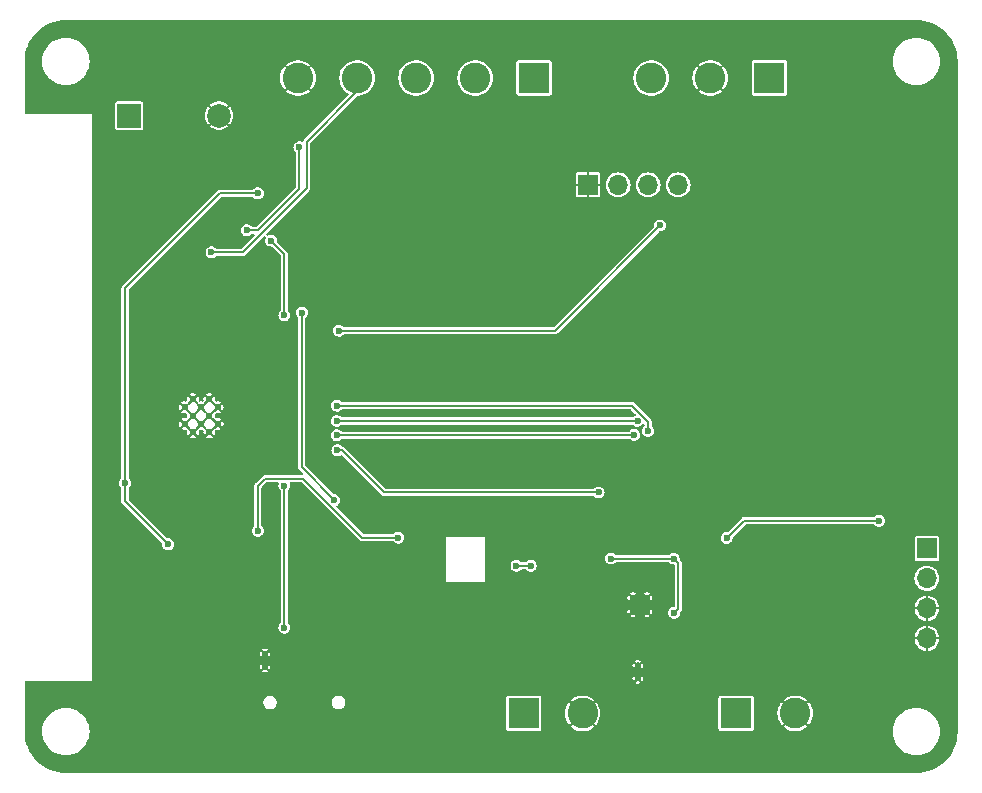
<source format=gbr>
%TF.GenerationSoftware,KiCad,Pcbnew,8.0.8-8.0.8-0~ubuntu24.04.1*%
%TF.CreationDate,2025-04-29T16:21:41-04:00*%
%TF.ProjectId,electronics,656c6563-7472-46f6-9e69-63732e6b6963,rev?*%
%TF.SameCoordinates,Original*%
%TF.FileFunction,Copper,L2,Bot*%
%TF.FilePolarity,Positive*%
%FSLAX46Y46*%
G04 Gerber Fmt 4.6, Leading zero omitted, Abs format (unit mm)*
G04 Created by KiCad (PCBNEW 8.0.8-8.0.8-0~ubuntu24.04.1) date 2025-04-29 16:21:41*
%MOMM*%
%LPD*%
G01*
G04 APERTURE LIST*
%TA.AperFunction,ComponentPad*%
%ADD10R,2.600000X2.600000*%
%TD*%
%TA.AperFunction,ComponentPad*%
%ADD11C,2.600000*%
%TD*%
%TA.AperFunction,HeatsinkPad*%
%ADD12C,0.500000*%
%TD*%
%TA.AperFunction,HeatsinkPad*%
%ADD13R,0.500000X1.600000*%
%TD*%
%TA.AperFunction,HeatsinkPad*%
%ADD14R,1.680000X1.680000*%
%TD*%
%TA.AperFunction,HeatsinkPad*%
%ADD15C,0.600000*%
%TD*%
%TA.AperFunction,ComponentPad*%
%ADD16R,2.000000X2.000000*%
%TD*%
%TA.AperFunction,ComponentPad*%
%ADD17C,2.000000*%
%TD*%
%TA.AperFunction,ComponentPad*%
%ADD18R,1.700000X1.700000*%
%TD*%
%TA.AperFunction,ComponentPad*%
%ADD19O,1.700000X1.700000*%
%TD*%
%TA.AperFunction,ViaPad*%
%ADD20C,0.600000*%
%TD*%
%TA.AperFunction,Conductor*%
%ADD21C,0.200000*%
%TD*%
G04 APERTURE END LIST*
D10*
%TO.P,J4,1,Pin_1*%
%TO.N,+5V*%
X162900000Y-55400000D03*
D11*
%TO.P,J4,2,Pin_2*%
%TO.N,GND*%
X157900000Y-55400000D03*
%TO.P,J4,3,Pin_3*%
%TO.N,/5V_FAN_PWM*%
X152900000Y-55400000D03*
%TD*%
D12*
%TO.P,U9,7,GND*%
%TO.N,GND*%
X120212500Y-104175000D03*
D13*
X120212500Y-104725000D03*
D12*
X120212500Y-105275000D03*
%TD*%
%TO.P,U4,17,GND*%
%TO.N,GND*%
X152527500Y-99410000D03*
X151347500Y-99410000D03*
D14*
X151937500Y-100000000D03*
D12*
X152527500Y-100590000D03*
X151347500Y-100590000D03*
%TD*%
D15*
%TO.P,U1,41,GND*%
%TO.N,GND*%
X114100000Y-85400000D03*
X115500000Y-85400000D03*
X113400000Y-84700000D03*
X114800000Y-84700000D03*
X116200000Y-84700000D03*
X114100000Y-84000000D03*
X115500000Y-84000000D03*
X113400000Y-83300000D03*
X114800000Y-83300000D03*
X116200000Y-83300000D03*
X114100000Y-82600000D03*
X115500000Y-82600000D03*
%TD*%
D10*
%TO.P,BT1,1,+*%
%TO.N,Net-(BT1-+)*%
X160100000Y-109200000D03*
D11*
%TO.P,BT1,2,-*%
%TO.N,GND*%
X165100000Y-109200000D03*
%TD*%
D10*
%TO.P,J3,1,Pin_1*%
%TO.N,/SPARK_MAX_PWM*%
X142100000Y-109200000D03*
D11*
%TO.P,J3,2,Pin_2*%
%TO.N,GND*%
X147100000Y-109200000D03*
%TD*%
D12*
%TO.P,U8,7,GND*%
%TO.N,GND*%
X151762500Y-105150000D03*
D13*
X151762500Y-105700000D03*
D12*
X151762500Y-106250000D03*
%TD*%
D16*
%TO.P,BZ1,1,+*%
%TO.N,/BUZZER*%
X108700000Y-58600000D03*
D17*
%TO.P,BZ1,2,-*%
%TO.N,GND*%
X116300000Y-58600000D03*
%TD*%
D18*
%TO.P,J5,1,Pin_1*%
%TO.N,+5V*%
X176250000Y-95230000D03*
D19*
%TO.P,J5,2,Pin_2*%
%TO.N,+3V3*%
X176250000Y-97770000D03*
%TO.P,J5,3,Pin_3*%
%TO.N,GND*%
X176250000Y-100310000D03*
%TO.P,J5,4,Pin_4*%
X176250000Y-102850000D03*
%TD*%
D18*
%TO.P,U6,1,GND*%
%TO.N,GND*%
X147560000Y-64450000D03*
D19*
%TO.P,U6,2,VCC*%
%TO.N,+3V3*%
X150100000Y-64450000D03*
%TO.P,U6,3,SDA*%
%TO.N,/SDA*%
X152640000Y-64450000D03*
%TO.P,U6,4,SCL*%
%TO.N,/SCL*%
X155180000Y-64450000D03*
%TD*%
D10*
%TO.P,J2,1,Pin_1*%
%TO.N,/5V_ENC_B*%
X143000000Y-55400000D03*
D11*
%TO.P,J2,2,Pin_2*%
%TO.N,+5V*%
X138000000Y-55400000D03*
%TO.P,J2,3,Pin_3*%
%TO.N,/5V_ENC_A*%
X133000000Y-55400000D03*
%TO.P,J2,4,Pin_4*%
%TO.N,/LASER_GND*%
X128000000Y-55400000D03*
%TO.P,J2,5,Pin_5*%
%TO.N,GND*%
X123000000Y-55400000D03*
%TD*%
D20*
%TO.N,GND*%
X126200000Y-64900000D03*
X123700000Y-71950000D03*
X128975000Y-61175000D03*
X175550000Y-84300000D03*
X126100000Y-71950000D03*
X161700000Y-91300000D03*
X154300000Y-69050000D03*
X168650000Y-93750000D03*
X159250000Y-60650000D03*
X170300000Y-94100000D03*
X109425000Y-70300000D03*
X150500000Y-89300000D03*
X165350000Y-91250000D03*
%TO.N,Net-(U1-IO0)*%
X123320000Y-75270000D03*
X126075000Y-91150000D03*
%TO.N,+3V3*%
X119600000Y-93750000D03*
X141500000Y-96700000D03*
X108350000Y-89700000D03*
X112000000Y-94900000D03*
X131500000Y-94325000D03*
X119600000Y-65175000D03*
X142700000Y-96700000D03*
%TO.N,+5V*%
X121850000Y-101950000D03*
X121850000Y-89925000D03*
X159300000Y-94350000D03*
X149500000Y-96100000D03*
X121850000Y-75500000D03*
X154850000Y-100700000D03*
X154800000Y-96100000D03*
X172225000Y-92900000D03*
X120700000Y-69175000D03*
%TO.N,/5V_LASER*%
X123125000Y-61275000D03*
X118675000Y-68300000D03*
%TO.N,/SPARK_MAX_PWM*%
X126300000Y-83150000D03*
X152650000Y-85300000D03*
%TO.N,/BTN4*%
X148450000Y-90500000D03*
X126325000Y-86925000D03*
%TO.N,/BTN2*%
X153650000Y-67900000D03*
X126450000Y-76800000D03*
%TO.N,/SDA*%
X126300000Y-84450000D03*
X151750000Y-84450000D03*
%TO.N,/SCL*%
X151475000Y-85625000D03*
X126300000Y-85650000D03*
%TO.N,/LASER_GND*%
X115675000Y-70175000D03*
%TD*%
D21*
%TO.N,Net-(U1-IO0)*%
X126075000Y-91150000D02*
X126075000Y-91100000D01*
X123320000Y-75270000D02*
X123300000Y-75290000D01*
X123320000Y-88345000D02*
X123320000Y-75270000D01*
X126075000Y-91100000D02*
X123320000Y-88345000D01*
%TO.N,+3V3*%
X119600000Y-89925000D02*
X119600000Y-93750000D01*
X128401471Y-94325000D02*
X123401471Y-89325000D01*
X116375000Y-65175000D02*
X119600000Y-65175000D01*
X141500000Y-96700000D02*
X142700000Y-96700000D01*
X108350000Y-73200000D02*
X116375000Y-65175000D01*
X108350000Y-89700000D02*
X108350000Y-73200000D01*
X123401471Y-89325000D02*
X120200000Y-89325000D01*
X112000000Y-94900000D02*
X108350000Y-91250000D01*
X108350000Y-91250000D02*
X108350000Y-89700000D01*
X131500000Y-94325000D02*
X128401471Y-94325000D01*
X120200000Y-89325000D02*
X119600000Y-89925000D01*
%TO.N,+5V*%
X149500000Y-96100000D02*
X154800000Y-96100000D01*
X155200000Y-100350000D02*
X155200000Y-96500000D01*
X121850000Y-101950000D02*
X121850000Y-89925000D01*
X154850000Y-100700000D02*
X155200000Y-100350000D01*
X160750000Y-92900000D02*
X159300000Y-94350000D01*
X121850000Y-70325000D02*
X120700000Y-69175000D01*
X121850000Y-75500000D02*
X121850000Y-70325000D01*
X172225000Y-92900000D02*
X160750000Y-92900000D01*
X155200000Y-96500000D02*
X154800000Y-96100000D01*
%TO.N,/5V_LASER*%
X118675000Y-68300000D02*
X119625000Y-68300000D01*
X119625000Y-68300000D02*
X123125000Y-64800000D01*
X123125000Y-64800000D02*
X123125000Y-61275000D01*
%TO.N,/SPARK_MAX_PWM*%
X126300000Y-83150000D02*
X151298529Y-83150000D01*
X152650000Y-84501471D02*
X152650000Y-85300000D01*
X151298529Y-83150000D02*
X152650000Y-84501471D01*
%TO.N,/BTN4*%
X126725000Y-86925000D02*
X126325000Y-86925000D01*
X130300000Y-90500000D02*
X126725000Y-86925000D01*
X148450000Y-90500000D02*
X130300000Y-90500000D01*
%TO.N,/BTN2*%
X153650000Y-67900000D02*
X144750000Y-76800000D01*
X144750000Y-76800000D02*
X126450000Y-76800000D01*
%TO.N,/SDA*%
X126300000Y-84450000D02*
X151750000Y-84450000D01*
%TO.N,/SCL*%
X126300000Y-85650000D02*
X151450000Y-85650000D01*
%TO.N,/LASER_GND*%
X123725000Y-64765686D02*
X118315686Y-70175000D01*
X118315686Y-70175000D02*
X115675000Y-70175000D01*
X128000000Y-55400000D02*
X128000000Y-56550000D01*
X128000000Y-56550000D02*
X123725000Y-60825000D01*
X123725000Y-60825000D02*
X123725000Y-64765686D01*
%TD*%
%TA.AperFunction,Conductor*%
%TO.N,GND*%
G36*
X175352421Y-50500619D02*
G01*
X175381158Y-50502030D01*
X175688173Y-50517113D01*
X175697815Y-50518063D01*
X176027915Y-50567029D01*
X176037421Y-50568919D01*
X176361144Y-50650008D01*
X176370415Y-50652820D01*
X176684625Y-50765246D01*
X176693594Y-50768961D01*
X176995263Y-50911640D01*
X177003826Y-50916218D01*
X177290049Y-51087773D01*
X177298127Y-51093171D01*
X177566150Y-51291951D01*
X177573660Y-51298114D01*
X177820921Y-51522218D01*
X177827781Y-51529078D01*
X177953484Y-51667770D01*
X178051885Y-51776339D01*
X178058048Y-51783849D01*
X178256828Y-52051872D01*
X178262226Y-52059950D01*
X178433781Y-52346173D01*
X178438361Y-52354741D01*
X178581036Y-52656402D01*
X178584754Y-52665378D01*
X178697175Y-52979571D01*
X178699995Y-52988868D01*
X178781077Y-53312567D01*
X178782972Y-53322096D01*
X178831934Y-53652170D01*
X178832887Y-53661838D01*
X178849381Y-53997577D01*
X178849500Y-54002435D01*
X178849500Y-110747564D01*
X178849381Y-110752422D01*
X178832887Y-111088161D01*
X178831934Y-111097829D01*
X178782972Y-111427903D01*
X178781077Y-111437432D01*
X178699995Y-111761131D01*
X178697175Y-111770428D01*
X178584754Y-112084621D01*
X178581036Y-112093597D01*
X178438361Y-112395258D01*
X178433781Y-112403826D01*
X178262226Y-112690049D01*
X178256828Y-112698127D01*
X178058048Y-112966150D01*
X178051885Y-112973660D01*
X177827786Y-113220916D01*
X177820916Y-113227786D01*
X177573660Y-113451885D01*
X177566150Y-113458048D01*
X177298127Y-113656828D01*
X177290049Y-113662226D01*
X177003826Y-113833781D01*
X176995258Y-113838361D01*
X176693597Y-113981036D01*
X176684621Y-113984754D01*
X176370428Y-114097175D01*
X176361131Y-114099995D01*
X176037432Y-114181077D01*
X176027903Y-114182972D01*
X175697829Y-114231934D01*
X175688161Y-114232887D01*
X175352422Y-114249381D01*
X175347564Y-114249500D01*
X103352436Y-114249500D01*
X103347578Y-114249381D01*
X103011838Y-114232887D01*
X103002170Y-114231934D01*
X102672096Y-114182972D01*
X102662567Y-114181077D01*
X102338868Y-114099995D01*
X102329571Y-114097175D01*
X102015378Y-113984754D01*
X102006402Y-113981036D01*
X101704741Y-113838361D01*
X101696173Y-113833781D01*
X101409950Y-113662226D01*
X101401872Y-113656828D01*
X101133849Y-113458048D01*
X101126339Y-113451885D01*
X100879083Y-113227786D01*
X100872218Y-113220921D01*
X100648114Y-112973660D01*
X100641951Y-112966150D01*
X100443171Y-112698127D01*
X100437773Y-112690049D01*
X100368435Y-112574366D01*
X100266216Y-112403823D01*
X100261638Y-112395258D01*
X100118963Y-112093597D01*
X100115245Y-112084621D01*
X100107650Y-112063395D01*
X100002820Y-111770415D01*
X100000008Y-111761144D01*
X99918919Y-111437421D01*
X99917029Y-111427915D01*
X99868063Y-111097815D01*
X99867113Y-111088173D01*
X99850619Y-110752421D01*
X99850560Y-110750000D01*
X101344390Y-110750000D01*
X101364803Y-111035422D01*
X101364803Y-111035425D01*
X101364804Y-111035428D01*
X101385919Y-111132492D01*
X101425632Y-111315050D01*
X101525633Y-111583162D01*
X101525634Y-111583164D01*
X101627889Y-111770428D01*
X101662774Y-111834315D01*
X101834261Y-112063395D01*
X102036605Y-112265739D01*
X102265685Y-112437226D01*
X102516839Y-112574367D01*
X102784954Y-112674369D01*
X103064572Y-112735196D01*
X103350000Y-112755610D01*
X103635428Y-112735196D01*
X103915046Y-112674369D01*
X104183161Y-112574367D01*
X104434315Y-112437226D01*
X104663395Y-112265739D01*
X104865739Y-112063395D01*
X105037226Y-111834315D01*
X105174367Y-111583161D01*
X105274369Y-111315046D01*
X105335196Y-111035428D01*
X105355610Y-110750000D01*
X173344390Y-110750000D01*
X173364803Y-111035422D01*
X173364803Y-111035425D01*
X173364804Y-111035428D01*
X173385919Y-111132492D01*
X173425632Y-111315050D01*
X173525633Y-111583162D01*
X173525634Y-111583164D01*
X173627889Y-111770428D01*
X173662774Y-111834315D01*
X173834261Y-112063395D01*
X174036605Y-112265739D01*
X174265685Y-112437226D01*
X174516839Y-112574367D01*
X174784954Y-112674369D01*
X175064572Y-112735196D01*
X175350000Y-112755610D01*
X175635428Y-112735196D01*
X175915046Y-112674369D01*
X176183161Y-112574367D01*
X176434315Y-112437226D01*
X176663395Y-112265739D01*
X176865739Y-112063395D01*
X177037226Y-111834315D01*
X177174367Y-111583161D01*
X177274369Y-111315046D01*
X177335196Y-111035428D01*
X177355610Y-110750000D01*
X177335196Y-110464572D01*
X177274369Y-110184954D01*
X177174367Y-109916839D01*
X177037226Y-109665685D01*
X176865739Y-109436605D01*
X176663395Y-109234261D01*
X176434315Y-109062774D01*
X176426629Y-109058577D01*
X176183164Y-108925634D01*
X176183162Y-108925633D01*
X175915050Y-108825632D01*
X175915046Y-108825631D01*
X175635428Y-108764804D01*
X175635425Y-108764803D01*
X175635422Y-108764803D01*
X175350000Y-108744390D01*
X175064577Y-108764803D01*
X174784949Y-108825632D01*
X174516837Y-108925633D01*
X174516835Y-108925634D01*
X174265689Y-109062771D01*
X174036609Y-109234257D01*
X173834257Y-109436609D01*
X173662771Y-109665689D01*
X173525634Y-109916835D01*
X173525633Y-109916837D01*
X173425632Y-110184949D01*
X173364803Y-110464577D01*
X173344390Y-110750000D01*
X105355610Y-110750000D01*
X105335196Y-110464572D01*
X105274369Y-110184954D01*
X105174367Y-109916839D01*
X105037226Y-109665685D01*
X104865739Y-109436605D01*
X104663395Y-109234261D01*
X104434315Y-109062774D01*
X104426629Y-109058577D01*
X104183164Y-108925634D01*
X104183162Y-108925633D01*
X103915050Y-108825632D01*
X103915046Y-108825631D01*
X103635428Y-108764804D01*
X103635425Y-108764803D01*
X103635422Y-108764803D01*
X103350000Y-108744390D01*
X103064577Y-108764803D01*
X102784949Y-108825632D01*
X102516837Y-108925633D01*
X102516835Y-108925634D01*
X102265689Y-109062771D01*
X102036609Y-109234257D01*
X101834257Y-109436609D01*
X101662771Y-109665689D01*
X101525634Y-109916835D01*
X101525633Y-109916837D01*
X101425632Y-110184949D01*
X101364803Y-110464577D01*
X101344390Y-110750000D01*
X99850560Y-110750000D01*
X99850500Y-110747564D01*
X99850500Y-108219234D01*
X120059500Y-108219234D01*
X120059500Y-108370766D01*
X120089741Y-108483627D01*
X120098720Y-108517139D01*
X120174481Y-108648360D01*
X120174483Y-108648362D01*
X120174485Y-108648365D01*
X120281635Y-108755515D01*
X120281637Y-108755516D01*
X120281639Y-108755518D01*
X120412861Y-108831279D01*
X120412859Y-108831279D01*
X120412863Y-108831280D01*
X120412865Y-108831281D01*
X120559234Y-108870500D01*
X120559236Y-108870500D01*
X120710764Y-108870500D01*
X120710766Y-108870500D01*
X120857135Y-108831281D01*
X120857137Y-108831279D01*
X120857139Y-108831279D01*
X120988360Y-108755518D01*
X120988360Y-108755517D01*
X120988365Y-108755515D01*
X121095515Y-108648365D01*
X121137885Y-108574979D01*
X121171279Y-108517139D01*
X121171279Y-108517137D01*
X121171281Y-108517135D01*
X121210500Y-108370766D01*
X121210500Y-108219234D01*
X125839500Y-108219234D01*
X125839500Y-108370766D01*
X125869741Y-108483627D01*
X125878720Y-108517139D01*
X125954481Y-108648360D01*
X125954483Y-108648362D01*
X125954485Y-108648365D01*
X126061635Y-108755515D01*
X126061637Y-108755516D01*
X126061639Y-108755518D01*
X126192861Y-108831279D01*
X126192859Y-108831279D01*
X126192863Y-108831280D01*
X126192865Y-108831281D01*
X126339234Y-108870500D01*
X126339236Y-108870500D01*
X126490764Y-108870500D01*
X126490766Y-108870500D01*
X126637135Y-108831281D01*
X126637137Y-108831279D01*
X126637139Y-108831279D01*
X126768360Y-108755518D01*
X126768360Y-108755517D01*
X126768365Y-108755515D01*
X126875515Y-108648365D01*
X126917885Y-108574979D01*
X126951279Y-108517139D01*
X126951279Y-108517137D01*
X126951281Y-108517135D01*
X126990500Y-108370766D01*
X126990500Y-108219234D01*
X126951281Y-108072865D01*
X126951279Y-108072862D01*
X126951279Y-108072860D01*
X126875518Y-107941639D01*
X126875516Y-107941637D01*
X126875515Y-107941635D01*
X126814133Y-107880253D01*
X140599500Y-107880253D01*
X140599500Y-110519746D01*
X140599501Y-110519758D01*
X140606513Y-110555007D01*
X140611133Y-110578231D01*
X140655448Y-110644552D01*
X140721769Y-110688867D01*
X140766231Y-110697711D01*
X140780241Y-110700498D01*
X140780246Y-110700498D01*
X140780252Y-110700500D01*
X140780253Y-110700500D01*
X143419747Y-110700500D01*
X143419748Y-110700500D01*
X143478231Y-110688867D01*
X143544552Y-110644552D01*
X143588867Y-110578231D01*
X143600500Y-110519748D01*
X143600500Y-109200000D01*
X145594859Y-109200000D01*
X145615386Y-109447736D01*
X145676412Y-109688716D01*
X145776268Y-109916367D01*
X145912231Y-110124475D01*
X145970646Y-110187930D01*
X146574729Y-109583846D01*
X146595112Y-109614351D01*
X146685649Y-109704888D01*
X146716151Y-109725268D01*
X146110656Y-110330764D01*
X146276761Y-110460050D01*
X146276765Y-110460053D01*
X146495388Y-110578366D01*
X146730513Y-110659084D01*
X146975706Y-110700000D01*
X147224294Y-110700000D01*
X147469486Y-110659084D01*
X147704611Y-110578366D01*
X147923234Y-110460053D01*
X147923238Y-110460050D01*
X148089342Y-110330764D01*
X147483847Y-109725269D01*
X147514351Y-109704888D01*
X147604888Y-109614351D01*
X147625269Y-109583847D01*
X148229354Y-110187932D01*
X148229354Y-110187931D01*
X148287763Y-110124483D01*
X148423731Y-109916367D01*
X148523587Y-109688716D01*
X148584613Y-109447736D01*
X148605140Y-109200000D01*
X148584613Y-108952263D01*
X148523587Y-108711283D01*
X148423731Y-108483632D01*
X148287768Y-108275524D01*
X148229353Y-108212068D01*
X147625268Y-108816151D01*
X147604888Y-108785649D01*
X147514351Y-108695112D01*
X147483846Y-108674729D01*
X148089341Y-108069235D01*
X147923232Y-107939945D01*
X147812931Y-107880253D01*
X158599500Y-107880253D01*
X158599500Y-110519746D01*
X158599501Y-110519758D01*
X158606513Y-110555007D01*
X158611133Y-110578231D01*
X158655448Y-110644552D01*
X158721769Y-110688867D01*
X158766231Y-110697711D01*
X158780241Y-110700498D01*
X158780246Y-110700498D01*
X158780252Y-110700500D01*
X158780253Y-110700500D01*
X161419747Y-110700500D01*
X161419748Y-110700500D01*
X161478231Y-110688867D01*
X161544552Y-110644552D01*
X161588867Y-110578231D01*
X161600500Y-110519748D01*
X161600500Y-109200000D01*
X163594859Y-109200000D01*
X163615386Y-109447736D01*
X163676412Y-109688716D01*
X163776268Y-109916367D01*
X163912231Y-110124475D01*
X163970646Y-110187930D01*
X164574729Y-109583846D01*
X164595112Y-109614351D01*
X164685649Y-109704888D01*
X164716151Y-109725268D01*
X164110656Y-110330764D01*
X164276761Y-110460050D01*
X164276765Y-110460053D01*
X164495388Y-110578366D01*
X164730513Y-110659084D01*
X164975706Y-110700000D01*
X165224294Y-110700000D01*
X165469486Y-110659084D01*
X165704611Y-110578366D01*
X165923234Y-110460053D01*
X165923238Y-110460050D01*
X166089342Y-110330764D01*
X165483847Y-109725269D01*
X165514351Y-109704888D01*
X165604888Y-109614351D01*
X165625269Y-109583847D01*
X166229354Y-110187932D01*
X166229354Y-110187931D01*
X166287763Y-110124483D01*
X166423731Y-109916367D01*
X166523587Y-109688716D01*
X166584613Y-109447736D01*
X166605140Y-109200000D01*
X166584613Y-108952263D01*
X166523587Y-108711283D01*
X166423731Y-108483632D01*
X166287768Y-108275524D01*
X166229353Y-108212068D01*
X165625268Y-108816151D01*
X165604888Y-108785649D01*
X165514351Y-108695112D01*
X165483846Y-108674729D01*
X166089341Y-108069235D01*
X165923232Y-107939945D01*
X165704611Y-107821633D01*
X165469486Y-107740915D01*
X165224294Y-107700000D01*
X164975706Y-107700000D01*
X164730513Y-107740915D01*
X164495388Y-107821633D01*
X164276765Y-107939946D01*
X164276762Y-107939948D01*
X164110656Y-108069234D01*
X164716152Y-108674730D01*
X164685649Y-108695112D01*
X164595112Y-108785649D01*
X164574730Y-108816152D01*
X163970645Y-108212067D01*
X163912234Y-108275520D01*
X163912231Y-108275523D01*
X163776270Y-108483627D01*
X163676412Y-108711283D01*
X163615386Y-108952263D01*
X163594859Y-109200000D01*
X161600500Y-109200000D01*
X161600500Y-107880252D01*
X161588867Y-107821769D01*
X161544552Y-107755448D01*
X161544548Y-107755445D01*
X161478233Y-107711134D01*
X161478231Y-107711133D01*
X161478228Y-107711132D01*
X161478227Y-107711132D01*
X161419758Y-107699501D01*
X161419748Y-107699500D01*
X158780252Y-107699500D01*
X158780251Y-107699500D01*
X158780241Y-107699501D01*
X158721772Y-107711132D01*
X158721766Y-107711134D01*
X158655451Y-107755445D01*
X158655445Y-107755451D01*
X158611134Y-107821766D01*
X158611132Y-107821772D01*
X158599501Y-107880241D01*
X158599500Y-107880253D01*
X147812931Y-107880253D01*
X147704611Y-107821633D01*
X147469486Y-107740915D01*
X147224294Y-107700000D01*
X146975706Y-107700000D01*
X146730513Y-107740915D01*
X146495388Y-107821633D01*
X146276765Y-107939946D01*
X146276762Y-107939948D01*
X146110655Y-108069234D01*
X146716152Y-108674730D01*
X146685649Y-108695112D01*
X146595112Y-108785649D01*
X146574730Y-108816152D01*
X145970645Y-108212067D01*
X145912234Y-108275520D01*
X145912231Y-108275523D01*
X145776270Y-108483627D01*
X145676412Y-108711283D01*
X145615386Y-108952263D01*
X145594859Y-109200000D01*
X143600500Y-109200000D01*
X143600500Y-107880252D01*
X143588867Y-107821769D01*
X143544552Y-107755448D01*
X143544548Y-107755445D01*
X143478233Y-107711134D01*
X143478231Y-107711133D01*
X143478228Y-107711132D01*
X143478227Y-107711132D01*
X143419758Y-107699501D01*
X143419748Y-107699500D01*
X140780252Y-107699500D01*
X140780251Y-107699500D01*
X140780241Y-107699501D01*
X140721772Y-107711132D01*
X140721766Y-107711134D01*
X140655451Y-107755445D01*
X140655445Y-107755451D01*
X140611134Y-107821766D01*
X140611132Y-107821772D01*
X140599501Y-107880241D01*
X140599500Y-107880253D01*
X126814133Y-107880253D01*
X126768365Y-107834485D01*
X126768362Y-107834483D01*
X126768360Y-107834481D01*
X126637138Y-107758720D01*
X126637140Y-107758720D01*
X126570689Y-107740915D01*
X126490766Y-107719500D01*
X126339234Y-107719500D01*
X126259311Y-107740915D01*
X126192860Y-107758720D01*
X126061639Y-107834481D01*
X125954481Y-107941639D01*
X125878720Y-108072860D01*
X125878719Y-108072865D01*
X125839500Y-108219234D01*
X121210500Y-108219234D01*
X121171281Y-108072865D01*
X121171279Y-108072862D01*
X121171279Y-108072860D01*
X121095518Y-107941639D01*
X121095516Y-107941637D01*
X121095515Y-107941635D01*
X120988365Y-107834485D01*
X120988362Y-107834483D01*
X120988360Y-107834481D01*
X120857138Y-107758720D01*
X120857140Y-107758720D01*
X120790689Y-107740915D01*
X120710766Y-107719500D01*
X120559234Y-107719500D01*
X120479311Y-107740915D01*
X120412860Y-107758720D01*
X120281639Y-107834481D01*
X120174481Y-107941639D01*
X120098720Y-108072860D01*
X120098719Y-108072865D01*
X120059500Y-108219234D01*
X99850500Y-108219234D01*
X99850500Y-106630966D01*
X151522952Y-106630966D01*
X151522953Y-106630968D01*
X151573634Y-106663539D01*
X151573640Y-106663542D01*
X151697798Y-106699999D01*
X151697801Y-106700000D01*
X151827199Y-106700000D01*
X151827201Y-106699999D01*
X151951357Y-106663543D01*
X152002045Y-106630967D01*
X151762499Y-106391421D01*
X151522952Y-106630966D01*
X99850500Y-106630966D01*
X99850500Y-106599000D01*
X99869407Y-106540809D01*
X99918907Y-106504845D01*
X99949500Y-106500000D01*
X105589999Y-106500000D01*
X105590000Y-106500000D01*
X105590000Y-106249997D01*
X151307873Y-106249997D01*
X151307873Y-106250002D01*
X151326287Y-106378077D01*
X151326289Y-106378083D01*
X151378551Y-106492525D01*
X151621078Y-106249999D01*
X151601188Y-106230109D01*
X151662500Y-106230109D01*
X151662500Y-106269891D01*
X151677724Y-106306645D01*
X151705855Y-106334776D01*
X151742609Y-106350000D01*
X151782391Y-106350000D01*
X151819145Y-106334776D01*
X151847276Y-106306645D01*
X151862500Y-106269891D01*
X151862500Y-106249999D01*
X151903921Y-106249999D01*
X152146446Y-106492524D01*
X152198711Y-106378080D01*
X152198712Y-106378077D01*
X152217127Y-106250002D01*
X152217127Y-106249997D01*
X152198712Y-106121922D01*
X152198711Y-106121919D01*
X152146446Y-106007473D01*
X151903921Y-106249999D01*
X151862500Y-106249999D01*
X151862500Y-106230109D01*
X151847276Y-106193355D01*
X151819145Y-106165224D01*
X151782391Y-106150000D01*
X151742609Y-106150000D01*
X151705855Y-106165224D01*
X151677724Y-106193355D01*
X151662500Y-106230109D01*
X151601188Y-106230109D01*
X151378551Y-106007473D01*
X151326287Y-106121920D01*
X151307873Y-106249997D01*
X105590000Y-106249997D01*
X105590000Y-105869031D01*
X151522952Y-105869031D01*
X151762499Y-106108577D01*
X152002045Y-105869031D01*
X151951358Y-105836456D01*
X151827201Y-105800000D01*
X151697798Y-105800000D01*
X151573639Y-105836457D01*
X151522952Y-105869031D01*
X105590000Y-105869031D01*
X105590000Y-105655966D01*
X119972952Y-105655966D01*
X119972953Y-105655968D01*
X120023634Y-105688539D01*
X120023640Y-105688542D01*
X120147798Y-105724999D01*
X120147801Y-105725000D01*
X120277199Y-105725000D01*
X120277201Y-105724999D01*
X120401357Y-105688543D01*
X120452045Y-105655967D01*
X120327044Y-105530966D01*
X151522952Y-105530966D01*
X151522953Y-105530968D01*
X151573634Y-105563539D01*
X151573640Y-105563542D01*
X151697798Y-105599999D01*
X151697801Y-105600000D01*
X151827199Y-105600000D01*
X151827201Y-105599999D01*
X151951357Y-105563543D01*
X152002045Y-105530967D01*
X151762499Y-105291421D01*
X151522952Y-105530966D01*
X120327044Y-105530966D01*
X120212499Y-105416421D01*
X119972952Y-105655966D01*
X105590000Y-105655966D01*
X105590000Y-105274997D01*
X119757873Y-105274997D01*
X119757873Y-105275002D01*
X119776287Y-105403077D01*
X119776289Y-105403083D01*
X119828551Y-105517525D01*
X120071078Y-105274999D01*
X120051188Y-105255109D01*
X120112500Y-105255109D01*
X120112500Y-105294891D01*
X120127724Y-105331645D01*
X120155855Y-105359776D01*
X120192609Y-105375000D01*
X120232391Y-105375000D01*
X120269145Y-105359776D01*
X120297276Y-105331645D01*
X120312500Y-105294891D01*
X120312500Y-105274999D01*
X120353921Y-105274999D01*
X120596446Y-105517524D01*
X120648711Y-105403080D01*
X120648712Y-105403077D01*
X120667127Y-105275002D01*
X120667127Y-105274997D01*
X120649154Y-105149997D01*
X151307873Y-105149997D01*
X151307873Y-105150002D01*
X151326287Y-105278077D01*
X151326289Y-105278083D01*
X151378551Y-105392525D01*
X151621077Y-105149999D01*
X151601187Y-105130109D01*
X151662500Y-105130109D01*
X151662500Y-105169891D01*
X151677724Y-105206645D01*
X151705855Y-105234776D01*
X151742609Y-105250000D01*
X151782391Y-105250000D01*
X151819145Y-105234776D01*
X151847276Y-105206645D01*
X151862500Y-105169891D01*
X151862500Y-105149999D01*
X151903921Y-105149999D01*
X152146446Y-105392524D01*
X152198711Y-105278080D01*
X152198712Y-105278077D01*
X152217127Y-105150002D01*
X152217127Y-105149997D01*
X152198712Y-105021922D01*
X152198711Y-105021919D01*
X152146446Y-104907473D01*
X151903921Y-105149999D01*
X151862500Y-105149999D01*
X151862500Y-105130109D01*
X151847276Y-105093355D01*
X151819145Y-105065224D01*
X151782391Y-105050000D01*
X151742609Y-105050000D01*
X151705855Y-105065224D01*
X151677724Y-105093355D01*
X151662500Y-105130109D01*
X151601187Y-105130109D01*
X151378551Y-104907473D01*
X151326287Y-105021920D01*
X151307873Y-105149997D01*
X120649154Y-105149997D01*
X120648712Y-105146922D01*
X120648711Y-105146919D01*
X120596446Y-105032473D01*
X120353921Y-105274999D01*
X120312500Y-105274999D01*
X120312500Y-105255109D01*
X120297276Y-105218355D01*
X120269145Y-105190224D01*
X120232391Y-105175000D01*
X120192609Y-105175000D01*
X120155855Y-105190224D01*
X120127724Y-105218355D01*
X120112500Y-105255109D01*
X120051188Y-105255109D01*
X119828551Y-105032473D01*
X119776287Y-105146920D01*
X119757873Y-105274997D01*
X105590000Y-105274997D01*
X105590000Y-104894031D01*
X119972952Y-104894031D01*
X120212499Y-105133577D01*
X120452045Y-104894031D01*
X120401358Y-104861456D01*
X120277201Y-104825000D01*
X120147798Y-104825000D01*
X120023639Y-104861457D01*
X119972952Y-104894031D01*
X105590000Y-104894031D01*
X105590000Y-104769031D01*
X151522952Y-104769031D01*
X151762499Y-105008577D01*
X152002045Y-104769031D01*
X151951358Y-104736456D01*
X151827201Y-104700000D01*
X151697798Y-104700000D01*
X151573639Y-104736457D01*
X151522952Y-104769031D01*
X105590000Y-104769031D01*
X105590000Y-104555966D01*
X119972952Y-104555966D01*
X119972953Y-104555968D01*
X120023634Y-104588539D01*
X120023640Y-104588542D01*
X120147798Y-104624999D01*
X120147801Y-104625000D01*
X120277199Y-104625000D01*
X120277201Y-104624999D01*
X120401357Y-104588543D01*
X120452045Y-104555967D01*
X120212499Y-104316421D01*
X119972952Y-104555966D01*
X105590000Y-104555966D01*
X105590000Y-104174997D01*
X119757873Y-104174997D01*
X119757873Y-104175002D01*
X119776287Y-104303077D01*
X119776289Y-104303083D01*
X119828551Y-104417525D01*
X120071078Y-104174999D01*
X120051188Y-104155109D01*
X120112500Y-104155109D01*
X120112500Y-104194891D01*
X120127724Y-104231645D01*
X120155855Y-104259776D01*
X120192609Y-104275000D01*
X120232391Y-104275000D01*
X120269145Y-104259776D01*
X120297276Y-104231645D01*
X120312500Y-104194891D01*
X120312500Y-104174999D01*
X120353921Y-104174999D01*
X120596446Y-104417524D01*
X120648711Y-104303080D01*
X120648712Y-104303077D01*
X120667127Y-104175002D01*
X120667127Y-104174997D01*
X120648712Y-104046922D01*
X120648711Y-104046919D01*
X120596446Y-103932473D01*
X120353921Y-104174999D01*
X120312500Y-104174999D01*
X120312500Y-104155109D01*
X120297276Y-104118355D01*
X120269145Y-104090224D01*
X120232391Y-104075000D01*
X120192609Y-104075000D01*
X120155855Y-104090224D01*
X120127724Y-104118355D01*
X120112500Y-104155109D01*
X120051188Y-104155109D01*
X119828551Y-103932473D01*
X119776287Y-104046920D01*
X119757873Y-104174997D01*
X105590000Y-104174997D01*
X105590000Y-103794031D01*
X119972952Y-103794031D01*
X120212499Y-104033577D01*
X120452045Y-103794031D01*
X120401358Y-103761456D01*
X120277201Y-103725000D01*
X120147798Y-103725000D01*
X120023639Y-103761457D01*
X119972952Y-103794031D01*
X105590000Y-103794031D01*
X105590000Y-102749999D01*
X175204767Y-102749999D01*
X175204768Y-102750000D01*
X175759157Y-102750000D01*
X175750000Y-102784174D01*
X175750000Y-102915826D01*
X175759157Y-102950000D01*
X175204767Y-102950000D01*
X175215190Y-103055831D01*
X175215191Y-103055836D01*
X175275232Y-103253762D01*
X175275234Y-103253767D01*
X175372724Y-103436160D01*
X175372731Y-103436170D01*
X175503940Y-103596050D01*
X175503949Y-103596059D01*
X175663829Y-103727268D01*
X175663839Y-103727275D01*
X175846232Y-103824765D01*
X175846237Y-103824767D01*
X176044166Y-103884808D01*
X176149998Y-103895231D01*
X176150000Y-103895230D01*
X176150000Y-103340842D01*
X176184174Y-103350000D01*
X176315826Y-103350000D01*
X176350000Y-103340842D01*
X176350000Y-103895230D01*
X176350001Y-103895231D01*
X176455833Y-103884808D01*
X176653762Y-103824767D01*
X176653767Y-103824765D01*
X176836160Y-103727275D01*
X176836170Y-103727268D01*
X176996050Y-103596059D01*
X176996059Y-103596050D01*
X177127268Y-103436170D01*
X177127275Y-103436160D01*
X177224765Y-103253767D01*
X177224767Y-103253762D01*
X177284808Y-103055836D01*
X177284809Y-103055831D01*
X177295232Y-102950000D01*
X176740843Y-102950000D01*
X176750000Y-102915826D01*
X176750000Y-102784174D01*
X176740843Y-102750000D01*
X177295232Y-102750000D01*
X177295232Y-102749999D01*
X177284809Y-102644168D01*
X177284808Y-102644163D01*
X177224767Y-102446237D01*
X177224765Y-102446232D01*
X177127275Y-102263839D01*
X177127268Y-102263829D01*
X176996059Y-102103949D01*
X176996050Y-102103940D01*
X176836170Y-101972731D01*
X176836160Y-101972724D01*
X176653767Y-101875234D01*
X176653762Y-101875232D01*
X176455836Y-101815191D01*
X176455831Y-101815190D01*
X176350000Y-101804767D01*
X176350000Y-102359157D01*
X176315826Y-102350000D01*
X176184174Y-102350000D01*
X176150000Y-102359157D01*
X176150000Y-101804767D01*
X176149999Y-101804767D01*
X176044168Y-101815190D01*
X176044163Y-101815191D01*
X175846237Y-101875232D01*
X175846232Y-101875234D01*
X175663839Y-101972724D01*
X175663829Y-101972731D01*
X175503949Y-102103940D01*
X175503940Y-102103949D01*
X175372731Y-102263829D01*
X175372724Y-102263839D01*
X175275234Y-102446232D01*
X175275232Y-102446237D01*
X175215191Y-102644163D01*
X175215190Y-102644168D01*
X175204767Y-102749999D01*
X105590000Y-102749999D01*
X105590000Y-89699997D01*
X107844353Y-89699997D01*
X107844353Y-89700002D01*
X107864834Y-89842456D01*
X107924623Y-89973373D01*
X108023509Y-90087494D01*
X108021471Y-90089259D01*
X108046925Y-90131458D01*
X108049500Y-90153893D01*
X108049500Y-91289564D01*
X108069978Y-91365988D01*
X108069979Y-91365989D01*
X108089904Y-91400500D01*
X108109540Y-91434511D01*
X109848400Y-93173371D01*
X111469453Y-94794424D01*
X111497230Y-94848941D01*
X111497441Y-94878514D01*
X111494354Y-94899997D01*
X111494353Y-94900002D01*
X111514834Y-95042456D01*
X111574622Y-95173371D01*
X111574623Y-95173373D01*
X111668872Y-95282143D01*
X111668873Y-95282144D01*
X111789942Y-95359950D01*
X111789947Y-95359953D01*
X111896403Y-95391211D01*
X111928035Y-95400499D01*
X111928036Y-95400499D01*
X111928039Y-95400500D01*
X111928041Y-95400500D01*
X112071959Y-95400500D01*
X112071961Y-95400500D01*
X112210053Y-95359953D01*
X112331128Y-95282143D01*
X112425377Y-95173373D01*
X112485165Y-95042457D01*
X112505647Y-94900000D01*
X112494935Y-94825499D01*
X112485165Y-94757543D01*
X112425377Y-94626627D01*
X112331128Y-94517857D01*
X112331127Y-94517856D01*
X112331126Y-94517855D01*
X112210057Y-94440049D01*
X112210054Y-94440047D01*
X112210053Y-94440047D01*
X112210050Y-94440046D01*
X112071964Y-94399500D01*
X112071961Y-94399500D01*
X111965479Y-94399500D01*
X111907288Y-94380593D01*
X111895475Y-94370504D01*
X111274968Y-93749997D01*
X119094353Y-93749997D01*
X119094353Y-93750002D01*
X119114834Y-93892456D01*
X119166503Y-94005593D01*
X119174623Y-94023373D01*
X119268872Y-94132143D01*
X119268873Y-94132144D01*
X119360662Y-94191133D01*
X119389947Y-94209953D01*
X119496403Y-94241211D01*
X119528035Y-94250499D01*
X119528036Y-94250499D01*
X119528039Y-94250500D01*
X119528041Y-94250500D01*
X119671959Y-94250500D01*
X119671961Y-94250500D01*
X119810053Y-94209953D01*
X119931128Y-94132143D01*
X120025377Y-94023373D01*
X120085165Y-93892457D01*
X120105647Y-93750000D01*
X120085165Y-93607543D01*
X120025377Y-93476627D01*
X119931128Y-93367857D01*
X119931127Y-93367856D01*
X119926491Y-93362506D01*
X119928524Y-93360743D01*
X119903067Y-93318505D01*
X119900500Y-93296105D01*
X119900500Y-90090479D01*
X119919407Y-90032288D01*
X119929496Y-90020475D01*
X120295475Y-89654496D01*
X120349992Y-89626719D01*
X120365479Y-89625500D01*
X121282507Y-89625500D01*
X121340698Y-89644407D01*
X121376662Y-89693907D01*
X121376662Y-89755093D01*
X121372560Y-89765627D01*
X121364834Y-89782543D01*
X121344353Y-89924997D01*
X121344353Y-89925002D01*
X121364834Y-90067456D01*
X121424623Y-90198373D01*
X121523509Y-90312494D01*
X121521471Y-90314259D01*
X121546925Y-90356458D01*
X121549500Y-90378893D01*
X121549500Y-101496105D01*
X121530593Y-101554296D01*
X121523258Y-101562289D01*
X121523509Y-101562506D01*
X121424622Y-101676628D01*
X121364834Y-101807543D01*
X121344353Y-101949997D01*
X121344353Y-101950002D01*
X121364834Y-102092456D01*
X121370079Y-102103940D01*
X121424623Y-102223373D01*
X121459687Y-102263839D01*
X121518873Y-102332144D01*
X121546658Y-102350000D01*
X121639947Y-102409953D01*
X121746403Y-102441211D01*
X121778035Y-102450499D01*
X121778036Y-102450499D01*
X121778039Y-102450500D01*
X121778041Y-102450500D01*
X121921959Y-102450500D01*
X121921961Y-102450500D01*
X122060053Y-102409953D01*
X122181128Y-102332143D01*
X122275377Y-102223373D01*
X122335165Y-102092457D01*
X122355647Y-101950000D01*
X122344897Y-101875234D01*
X122335165Y-101807543D01*
X122275377Y-101676628D01*
X122275377Y-101676627D01*
X122181128Y-101567857D01*
X122181127Y-101567856D01*
X122176491Y-101562506D01*
X122178524Y-101560743D01*
X122153067Y-101518505D01*
X122150500Y-101496105D01*
X122150500Y-100970966D01*
X151107952Y-100970966D01*
X151107953Y-100970968D01*
X151158634Y-101003539D01*
X151158640Y-101003542D01*
X151282798Y-101039999D01*
X151282801Y-101040000D01*
X151412199Y-101040000D01*
X151412201Y-101039999D01*
X151536357Y-101003543D01*
X151587045Y-100970967D01*
X151587044Y-100970966D01*
X152287952Y-100970966D01*
X152287953Y-100970968D01*
X152338634Y-101003539D01*
X152338640Y-101003542D01*
X152462798Y-101039999D01*
X152462801Y-101040000D01*
X152592199Y-101040000D01*
X152592201Y-101039999D01*
X152716357Y-101003543D01*
X152767045Y-100970967D01*
X152527499Y-100731421D01*
X152287952Y-100970966D01*
X151587044Y-100970966D01*
X151347499Y-100731421D01*
X151107952Y-100970966D01*
X122150500Y-100970966D01*
X122150500Y-100589997D01*
X150892873Y-100589997D01*
X150892873Y-100590002D01*
X150911287Y-100718077D01*
X150911289Y-100718083D01*
X150963551Y-100832525D01*
X151206077Y-100589999D01*
X151186187Y-100570109D01*
X151247500Y-100570109D01*
X151247500Y-100609891D01*
X151262724Y-100646645D01*
X151290855Y-100674776D01*
X151327609Y-100690000D01*
X151367391Y-100690000D01*
X151404145Y-100674776D01*
X151432276Y-100646645D01*
X151447500Y-100609891D01*
X151447500Y-100589999D01*
X151488921Y-100589999D01*
X151731446Y-100832524D01*
X151783711Y-100718080D01*
X151783712Y-100718077D01*
X151802127Y-100590002D01*
X151802127Y-100589997D01*
X152072873Y-100589997D01*
X152072873Y-100590002D01*
X152091287Y-100718077D01*
X152091289Y-100718083D01*
X152143551Y-100832525D01*
X152386077Y-100589999D01*
X152366187Y-100570109D01*
X152427500Y-100570109D01*
X152427500Y-100609891D01*
X152442724Y-100646645D01*
X152470855Y-100674776D01*
X152507609Y-100690000D01*
X152547391Y-100690000D01*
X152584145Y-100674776D01*
X152612276Y-100646645D01*
X152627500Y-100609891D01*
X152627500Y-100589999D01*
X152668921Y-100589999D01*
X152911446Y-100832524D01*
X152963711Y-100718080D01*
X152963712Y-100718077D01*
X152982127Y-100590002D01*
X152982127Y-100589997D01*
X152963712Y-100461922D01*
X152963711Y-100461919D01*
X152911446Y-100347473D01*
X152668921Y-100589999D01*
X152627500Y-100589999D01*
X152627500Y-100570109D01*
X152612276Y-100533355D01*
X152584145Y-100505224D01*
X152547391Y-100490000D01*
X152507609Y-100490000D01*
X152470855Y-100505224D01*
X152442724Y-100533355D01*
X152427500Y-100570109D01*
X152366187Y-100570109D01*
X152143551Y-100347473D01*
X152091287Y-100461920D01*
X152072873Y-100589997D01*
X151802127Y-100589997D01*
X151783712Y-100461922D01*
X151783711Y-100461919D01*
X151731446Y-100347473D01*
X151488921Y-100589999D01*
X151447500Y-100589999D01*
X151447500Y-100570109D01*
X151432276Y-100533355D01*
X151404145Y-100505224D01*
X151367391Y-100490000D01*
X151327609Y-100490000D01*
X151290855Y-100505224D01*
X151262724Y-100533355D01*
X151247500Y-100570109D01*
X151186187Y-100570109D01*
X150963551Y-100347473D01*
X150911287Y-100461920D01*
X150892873Y-100589997D01*
X122150500Y-100589997D01*
X122150500Y-100209031D01*
X151107952Y-100209031D01*
X151347499Y-100448577D01*
X151587045Y-100209031D01*
X152287952Y-100209031D01*
X152527499Y-100448577D01*
X152767045Y-100209031D01*
X152716358Y-100176456D01*
X152592201Y-100140000D01*
X152462798Y-100140000D01*
X152338639Y-100176457D01*
X152287952Y-100209031D01*
X151587045Y-100209031D01*
X151536358Y-100176456D01*
X151412201Y-100140000D01*
X151282798Y-100140000D01*
X151158639Y-100176457D01*
X151107952Y-100209031D01*
X122150500Y-100209031D01*
X122150500Y-99790966D01*
X151107952Y-99790966D01*
X151107953Y-99790968D01*
X151158634Y-99823539D01*
X151158640Y-99823542D01*
X151282798Y-99859999D01*
X151282801Y-99860000D01*
X151412199Y-99860000D01*
X151412201Y-99859999D01*
X151536357Y-99823543D01*
X151587045Y-99790967D01*
X151587044Y-99790966D01*
X152287952Y-99790966D01*
X152287953Y-99790968D01*
X152338634Y-99823539D01*
X152338640Y-99823542D01*
X152462798Y-99859999D01*
X152462801Y-99860000D01*
X152592199Y-99860000D01*
X152592201Y-99859999D01*
X152716357Y-99823543D01*
X152767045Y-99790967D01*
X152527499Y-99551421D01*
X152287952Y-99790966D01*
X151587044Y-99790966D01*
X151347499Y-99551421D01*
X151107952Y-99790966D01*
X122150500Y-99790966D01*
X122150500Y-99409997D01*
X150892873Y-99409997D01*
X150892873Y-99410002D01*
X150911287Y-99538077D01*
X150911289Y-99538083D01*
X150963551Y-99652525D01*
X151206077Y-99409999D01*
X151186187Y-99390109D01*
X151247500Y-99390109D01*
X151247500Y-99429891D01*
X151262724Y-99466645D01*
X151290855Y-99494776D01*
X151327609Y-99510000D01*
X151367391Y-99510000D01*
X151404145Y-99494776D01*
X151432276Y-99466645D01*
X151447500Y-99429891D01*
X151447500Y-99409999D01*
X151488921Y-99409999D01*
X151731446Y-99652524D01*
X151783711Y-99538080D01*
X151783712Y-99538077D01*
X151802127Y-99410002D01*
X151802127Y-99409997D01*
X152072873Y-99409997D01*
X152072873Y-99410002D01*
X152091287Y-99538077D01*
X152091289Y-99538083D01*
X152143551Y-99652525D01*
X152386077Y-99409999D01*
X152366187Y-99390109D01*
X152427500Y-99390109D01*
X152427500Y-99429891D01*
X152442724Y-99466645D01*
X152470855Y-99494776D01*
X152507609Y-99510000D01*
X152547391Y-99510000D01*
X152584145Y-99494776D01*
X152612276Y-99466645D01*
X152627500Y-99429891D01*
X152627500Y-99409999D01*
X152668921Y-99409999D01*
X152911446Y-99652524D01*
X152963711Y-99538080D01*
X152963712Y-99538077D01*
X152982127Y-99410002D01*
X152982127Y-99409997D01*
X152963712Y-99281922D01*
X152963711Y-99281919D01*
X152911446Y-99167473D01*
X152668921Y-99409999D01*
X152627500Y-99409999D01*
X152627500Y-99390109D01*
X152612276Y-99353355D01*
X152584145Y-99325224D01*
X152547391Y-99310000D01*
X152507609Y-99310000D01*
X152470855Y-99325224D01*
X152442724Y-99353355D01*
X152427500Y-99390109D01*
X152366187Y-99390109D01*
X152143551Y-99167473D01*
X152091287Y-99281920D01*
X152072873Y-99409997D01*
X151802127Y-99409997D01*
X151783712Y-99281922D01*
X151783711Y-99281919D01*
X151731446Y-99167473D01*
X151488921Y-99409999D01*
X151447500Y-99409999D01*
X151447500Y-99390109D01*
X151432276Y-99353355D01*
X151404145Y-99325224D01*
X151367391Y-99310000D01*
X151327609Y-99310000D01*
X151290855Y-99325224D01*
X151262724Y-99353355D01*
X151247500Y-99390109D01*
X151186187Y-99390109D01*
X150963551Y-99167473D01*
X150911287Y-99281920D01*
X150892873Y-99409997D01*
X122150500Y-99409997D01*
X122150500Y-99029031D01*
X151107952Y-99029031D01*
X151347499Y-99268577D01*
X151587045Y-99029031D01*
X152287952Y-99029031D01*
X152527499Y-99268577D01*
X152767045Y-99029031D01*
X152716358Y-98996456D01*
X152592201Y-98960000D01*
X152462798Y-98960000D01*
X152338639Y-98996457D01*
X152287952Y-99029031D01*
X151587045Y-99029031D01*
X151536358Y-98996456D01*
X151412201Y-98960000D01*
X151282798Y-98960000D01*
X151158639Y-98996457D01*
X151107952Y-99029031D01*
X122150500Y-99029031D01*
X122150500Y-98112500D01*
X135550000Y-98112500D01*
X135550001Y-98112500D01*
X138849999Y-98112500D01*
X138850000Y-98112500D01*
X138850000Y-96699997D01*
X140994353Y-96699997D01*
X140994353Y-96700002D01*
X141014834Y-96842456D01*
X141037605Y-96892316D01*
X141074623Y-96973373D01*
X141127736Y-97034669D01*
X141168873Y-97082144D01*
X141168875Y-97082145D01*
X141289947Y-97159953D01*
X141370302Y-97183547D01*
X141428035Y-97200499D01*
X141428036Y-97200499D01*
X141428039Y-97200500D01*
X141428041Y-97200500D01*
X141571959Y-97200500D01*
X141571961Y-97200500D01*
X141710053Y-97159953D01*
X141831128Y-97082143D01*
X141872264Y-97034668D01*
X141924660Y-97003073D01*
X141947083Y-97000500D01*
X142252917Y-97000500D01*
X142311108Y-97019407D01*
X142327733Y-97034667D01*
X142368872Y-97082143D01*
X142489947Y-97159953D01*
X142570302Y-97183547D01*
X142628035Y-97200499D01*
X142628036Y-97200499D01*
X142628039Y-97200500D01*
X142628041Y-97200500D01*
X142771959Y-97200500D01*
X142771961Y-97200500D01*
X142910053Y-97159953D01*
X143031128Y-97082143D01*
X143125377Y-96973373D01*
X143185165Y-96842457D01*
X143205647Y-96700000D01*
X143205575Y-96699500D01*
X143185165Y-96557543D01*
X143125377Y-96426627D01*
X143031128Y-96317857D01*
X143031127Y-96317856D01*
X143031126Y-96317855D01*
X142910057Y-96240049D01*
X142910054Y-96240047D01*
X142910053Y-96240047D01*
X142910050Y-96240046D01*
X142771964Y-96199500D01*
X142771961Y-96199500D01*
X142628039Y-96199500D01*
X142628035Y-96199500D01*
X142489949Y-96240046D01*
X142489942Y-96240049D01*
X142368876Y-96317854D01*
X142368871Y-96317858D01*
X142327736Y-96365331D01*
X142275340Y-96396927D01*
X142252917Y-96399500D01*
X141947083Y-96399500D01*
X141888892Y-96380593D01*
X141872264Y-96365331D01*
X141831128Y-96317857D01*
X141740385Y-96259540D01*
X141710057Y-96240049D01*
X141710054Y-96240047D01*
X141710053Y-96240047D01*
X141710050Y-96240046D01*
X141571964Y-96199500D01*
X141571961Y-96199500D01*
X141428039Y-96199500D01*
X141428035Y-96199500D01*
X141289949Y-96240046D01*
X141289942Y-96240049D01*
X141168873Y-96317855D01*
X141074622Y-96426628D01*
X141014834Y-96557543D01*
X140994353Y-96699997D01*
X138850000Y-96699997D01*
X138850000Y-96099997D01*
X148994353Y-96099997D01*
X148994353Y-96100002D01*
X149014834Y-96242456D01*
X149048188Y-96315489D01*
X149074623Y-96373373D01*
X149127736Y-96434669D01*
X149168873Y-96482144D01*
X149168875Y-96482145D01*
X149289947Y-96559953D01*
X149396403Y-96591211D01*
X149428035Y-96600499D01*
X149428036Y-96600499D01*
X149428039Y-96600500D01*
X149428041Y-96600500D01*
X149571959Y-96600500D01*
X149571961Y-96600500D01*
X149710053Y-96559953D01*
X149831128Y-96482143D01*
X149872264Y-96434668D01*
X149924660Y-96403073D01*
X149947083Y-96400500D01*
X154352917Y-96400500D01*
X154411108Y-96419407D01*
X154427733Y-96434667D01*
X154468872Y-96482143D01*
X154589947Y-96559953D01*
X154696403Y-96591211D01*
X154728035Y-96600499D01*
X154728036Y-96600499D01*
X154728039Y-96600500D01*
X154728041Y-96600500D01*
X154800500Y-96600500D01*
X154858691Y-96619407D01*
X154894655Y-96668907D01*
X154899500Y-96699500D01*
X154899500Y-100100500D01*
X154880593Y-100158691D01*
X154831093Y-100194655D01*
X154800500Y-100199500D01*
X154778035Y-100199500D01*
X154639949Y-100240046D01*
X154639942Y-100240049D01*
X154518873Y-100317855D01*
X154424622Y-100426628D01*
X154364834Y-100557543D01*
X154344353Y-100699997D01*
X154344353Y-100700002D01*
X154364834Y-100842456D01*
X154389365Y-100896170D01*
X154424623Y-100973373D01*
X154518872Y-101082143D01*
X154518873Y-101082144D01*
X154639942Y-101159950D01*
X154639947Y-101159953D01*
X154746403Y-101191211D01*
X154778035Y-101200499D01*
X154778036Y-101200499D01*
X154778039Y-101200500D01*
X154778041Y-101200500D01*
X154921959Y-101200500D01*
X154921961Y-101200500D01*
X155060053Y-101159953D01*
X155181128Y-101082143D01*
X155275377Y-100973373D01*
X155335165Y-100842457D01*
X155344731Y-100775925D01*
X155355647Y-100700002D01*
X155355647Y-100700000D01*
X155352558Y-100678518D01*
X155362990Y-100618228D01*
X155380548Y-100594422D01*
X155404862Y-100570109D01*
X155440460Y-100534511D01*
X155480022Y-100465988D01*
X155500500Y-100389562D01*
X155500500Y-100310438D01*
X155500500Y-100209999D01*
X175204767Y-100209999D01*
X175204768Y-100210000D01*
X175759157Y-100210000D01*
X175750000Y-100244174D01*
X175750000Y-100375826D01*
X175759157Y-100410000D01*
X175204767Y-100410000D01*
X175215190Y-100515831D01*
X175215191Y-100515836D01*
X175275232Y-100713762D01*
X175275234Y-100713767D01*
X175372724Y-100896160D01*
X175372731Y-100896170D01*
X175503940Y-101056050D01*
X175503949Y-101056059D01*
X175663829Y-101187268D01*
X175663839Y-101187275D01*
X175846232Y-101284765D01*
X175846237Y-101284767D01*
X176044166Y-101344808D01*
X176149998Y-101355231D01*
X176150000Y-101355230D01*
X176150000Y-100800842D01*
X176184174Y-100810000D01*
X176315826Y-100810000D01*
X176350000Y-100800842D01*
X176350000Y-101355230D01*
X176350001Y-101355231D01*
X176455833Y-101344808D01*
X176653762Y-101284767D01*
X176653767Y-101284765D01*
X176836160Y-101187275D01*
X176836170Y-101187268D01*
X176996050Y-101056059D01*
X176996059Y-101056050D01*
X177127268Y-100896170D01*
X177127275Y-100896160D01*
X177224765Y-100713767D01*
X177224767Y-100713762D01*
X177284808Y-100515836D01*
X177284809Y-100515831D01*
X177295232Y-100410000D01*
X176740843Y-100410000D01*
X176750000Y-100375826D01*
X176750000Y-100244174D01*
X176740843Y-100210000D01*
X177295232Y-100210000D01*
X177295232Y-100209999D01*
X177284809Y-100104168D01*
X177284808Y-100104163D01*
X177224767Y-99906237D01*
X177224765Y-99906232D01*
X177127275Y-99723839D01*
X177127268Y-99723829D01*
X176996059Y-99563949D01*
X176996050Y-99563940D01*
X176836170Y-99432731D01*
X176836160Y-99432724D01*
X176653767Y-99335234D01*
X176653762Y-99335232D01*
X176455836Y-99275191D01*
X176455831Y-99275190D01*
X176350000Y-99264767D01*
X176350000Y-99819157D01*
X176315826Y-99810000D01*
X176184174Y-99810000D01*
X176150000Y-99819157D01*
X176150000Y-99264767D01*
X176149999Y-99264767D01*
X176044168Y-99275190D01*
X176044163Y-99275191D01*
X175846237Y-99335232D01*
X175846232Y-99335234D01*
X175663839Y-99432724D01*
X175663829Y-99432731D01*
X175503949Y-99563940D01*
X175503940Y-99563949D01*
X175372731Y-99723829D01*
X175372724Y-99723839D01*
X175275234Y-99906232D01*
X175275232Y-99906237D01*
X175215191Y-100104163D01*
X175215190Y-100104168D01*
X175204767Y-100209999D01*
X155500500Y-100209999D01*
X155500500Y-97769996D01*
X175194417Y-97769996D01*
X175194417Y-97770003D01*
X175214698Y-97975929D01*
X175214699Y-97975934D01*
X175274768Y-98173954D01*
X175372316Y-98356452D01*
X175503585Y-98516404D01*
X175503590Y-98516410D01*
X175503595Y-98516414D01*
X175663547Y-98647683D01*
X175663548Y-98647683D01*
X175663550Y-98647685D01*
X175846046Y-98745232D01*
X175983997Y-98787078D01*
X176044065Y-98805300D01*
X176044070Y-98805301D01*
X176249997Y-98825583D01*
X176250000Y-98825583D01*
X176250003Y-98825583D01*
X176455929Y-98805301D01*
X176455934Y-98805300D01*
X176653954Y-98745232D01*
X176836450Y-98647685D01*
X176996410Y-98516410D01*
X177127685Y-98356450D01*
X177225232Y-98173954D01*
X177285300Y-97975934D01*
X177285301Y-97975929D01*
X177305583Y-97770003D01*
X177305583Y-97769996D01*
X177285301Y-97564070D01*
X177285300Y-97564065D01*
X177267078Y-97503997D01*
X177225232Y-97366046D01*
X177127685Y-97183550D01*
X176996410Y-97023590D01*
X176935218Y-96973371D01*
X176836452Y-96892316D01*
X176653954Y-96794768D01*
X176455934Y-96734699D01*
X176455929Y-96734698D01*
X176250003Y-96714417D01*
X176249997Y-96714417D01*
X176044070Y-96734698D01*
X176044065Y-96734699D01*
X175846045Y-96794768D01*
X175663547Y-96892316D01*
X175503595Y-97023585D01*
X175503585Y-97023595D01*
X175372316Y-97183547D01*
X175274768Y-97366045D01*
X175214699Y-97564065D01*
X175214698Y-97564070D01*
X175194417Y-97769996D01*
X155500500Y-97769996D01*
X155500500Y-96460438D01*
X155480021Y-96384011D01*
X155440460Y-96315489D01*
X155384511Y-96259539D01*
X155384511Y-96259540D01*
X155330546Y-96205575D01*
X155302769Y-96151058D01*
X155302558Y-96121482D01*
X155305647Y-96100000D01*
X155305612Y-96099758D01*
X155285165Y-95957543D01*
X155225377Y-95826628D01*
X155225377Y-95826627D01*
X155131128Y-95717857D01*
X155131127Y-95717856D01*
X155131126Y-95717855D01*
X155010057Y-95640049D01*
X155010054Y-95640047D01*
X155010053Y-95640047D01*
X155010050Y-95640046D01*
X154871964Y-95599500D01*
X154871961Y-95599500D01*
X154728039Y-95599500D01*
X154728035Y-95599500D01*
X154589949Y-95640046D01*
X154589942Y-95640049D01*
X154468876Y-95717854D01*
X154468871Y-95717858D01*
X154427736Y-95765331D01*
X154375340Y-95796927D01*
X154352917Y-95799500D01*
X149947083Y-95799500D01*
X149888892Y-95780593D01*
X149872264Y-95765331D01*
X149831128Y-95717857D01*
X149798182Y-95696684D01*
X149710057Y-95640049D01*
X149710054Y-95640047D01*
X149710053Y-95640047D01*
X149710050Y-95640046D01*
X149571964Y-95599500D01*
X149571961Y-95599500D01*
X149428039Y-95599500D01*
X149428035Y-95599500D01*
X149289949Y-95640046D01*
X149289942Y-95640049D01*
X149168873Y-95717855D01*
X149074622Y-95826628D01*
X149014834Y-95957543D01*
X148994353Y-96099997D01*
X138850000Y-96099997D01*
X138850000Y-94349997D01*
X158794353Y-94349997D01*
X158794353Y-94350002D01*
X158814834Y-94492456D01*
X158863205Y-94598371D01*
X158874623Y-94623373D01*
X158968872Y-94732143D01*
X158968873Y-94732144D01*
X159008395Y-94757543D01*
X159089947Y-94809953D01*
X159156400Y-94829465D01*
X159228035Y-94850499D01*
X159228036Y-94850499D01*
X159228039Y-94850500D01*
X159228041Y-94850500D01*
X159371959Y-94850500D01*
X159371961Y-94850500D01*
X159510053Y-94809953D01*
X159631128Y-94732143D01*
X159725377Y-94623373D01*
X159785165Y-94492457D01*
X159798530Y-94399500D01*
X159804173Y-94360253D01*
X175199500Y-94360253D01*
X175199500Y-96099746D01*
X175199501Y-96099758D01*
X175211132Y-96158227D01*
X175211134Y-96158233D01*
X175255445Y-96224548D01*
X175255448Y-96224552D01*
X175321769Y-96268867D01*
X175366231Y-96277711D01*
X175380241Y-96280498D01*
X175380246Y-96280498D01*
X175380252Y-96280500D01*
X175380253Y-96280500D01*
X177119747Y-96280500D01*
X177119748Y-96280500D01*
X177178231Y-96268867D01*
X177244552Y-96224552D01*
X177288867Y-96158231D01*
X177300500Y-96099748D01*
X177300500Y-94360252D01*
X177288867Y-94301769D01*
X177244552Y-94235448D01*
X177206397Y-94209953D01*
X177178233Y-94191134D01*
X177178231Y-94191133D01*
X177178228Y-94191132D01*
X177178227Y-94191132D01*
X177119758Y-94179501D01*
X177119748Y-94179500D01*
X175380252Y-94179500D01*
X175380251Y-94179500D01*
X175380241Y-94179501D01*
X175321772Y-94191132D01*
X175321766Y-94191134D01*
X175255451Y-94235445D01*
X175255445Y-94235451D01*
X175211134Y-94301766D01*
X175211132Y-94301772D01*
X175199501Y-94360241D01*
X175199500Y-94360253D01*
X159804173Y-94360253D01*
X159805647Y-94350002D01*
X159805647Y-94350000D01*
X159802558Y-94328518D01*
X159812990Y-94268228D01*
X159830543Y-94244426D01*
X160845475Y-93229496D01*
X160899992Y-93201719D01*
X160915479Y-93200500D01*
X171777917Y-93200500D01*
X171836108Y-93219407D01*
X171852733Y-93234667D01*
X171893872Y-93282143D01*
X171950453Y-93318505D01*
X172006144Y-93354296D01*
X172014947Y-93359953D01*
X172121403Y-93391211D01*
X172153035Y-93400499D01*
X172153036Y-93400499D01*
X172153039Y-93400500D01*
X172153041Y-93400500D01*
X172296959Y-93400500D01*
X172296961Y-93400500D01*
X172435053Y-93359953D01*
X172556128Y-93282143D01*
X172650377Y-93173373D01*
X172710165Y-93042457D01*
X172730647Y-92900000D01*
X172710165Y-92757543D01*
X172650377Y-92626627D01*
X172556128Y-92517857D01*
X172556127Y-92517856D01*
X172556126Y-92517855D01*
X172435057Y-92440049D01*
X172435054Y-92440047D01*
X172435053Y-92440047D01*
X172435050Y-92440046D01*
X172296964Y-92399500D01*
X172296961Y-92399500D01*
X172153039Y-92399500D01*
X172153035Y-92399500D01*
X172014949Y-92440046D01*
X172014942Y-92440049D01*
X171893876Y-92517854D01*
X171893871Y-92517858D01*
X171852736Y-92565331D01*
X171800340Y-92596927D01*
X171777917Y-92599500D01*
X160789562Y-92599500D01*
X160710438Y-92599500D01*
X160663661Y-92612033D01*
X160634007Y-92619979D01*
X160565493Y-92659536D01*
X160565492Y-92659537D01*
X159404524Y-93820504D01*
X159350007Y-93848281D01*
X159334520Y-93849500D01*
X159228035Y-93849500D01*
X159089949Y-93890046D01*
X159089942Y-93890049D01*
X158968873Y-93967855D01*
X158874622Y-94076628D01*
X158814834Y-94207543D01*
X158794353Y-94349997D01*
X138850000Y-94349997D01*
X138850000Y-94312500D01*
X135550000Y-94312500D01*
X135550000Y-98112500D01*
X122150500Y-98112500D01*
X122150500Y-90378893D01*
X122169407Y-90320702D01*
X122176741Y-90312711D01*
X122176491Y-90312494D01*
X122181128Y-90307143D01*
X122275377Y-90198373D01*
X122335165Y-90067457D01*
X122355647Y-89925000D01*
X122349958Y-89885435D01*
X122335165Y-89782543D01*
X122327440Y-89765627D01*
X122320465Y-89704840D01*
X122350551Y-89651563D01*
X122406207Y-89626145D01*
X122417493Y-89625500D01*
X123235992Y-89625500D01*
X123294183Y-89644407D01*
X123305996Y-89654496D01*
X128161011Y-94509511D01*
X128161010Y-94509511D01*
X128216960Y-94565460D01*
X128285478Y-94605019D01*
X128285482Y-94605021D01*
X128361906Y-94625499D01*
X128361908Y-94625500D01*
X128361909Y-94625500D01*
X131052917Y-94625500D01*
X131111108Y-94644407D01*
X131127733Y-94659667D01*
X131168872Y-94707143D01*
X131289947Y-94784953D01*
X131396403Y-94816211D01*
X131428035Y-94825499D01*
X131428036Y-94825499D01*
X131428039Y-94825500D01*
X131428041Y-94825500D01*
X131571959Y-94825500D01*
X131571961Y-94825500D01*
X131710053Y-94784953D01*
X131831128Y-94707143D01*
X131925377Y-94598373D01*
X131985165Y-94467457D01*
X131999105Y-94370504D01*
X132005647Y-94325002D01*
X132005647Y-94324997D01*
X131985165Y-94182543D01*
X131962148Y-94132143D01*
X131925377Y-94051627D01*
X131831128Y-93942857D01*
X131831127Y-93942856D01*
X131831126Y-93942855D01*
X131710057Y-93865049D01*
X131710054Y-93865047D01*
X131710053Y-93865047D01*
X131710050Y-93865046D01*
X131571964Y-93824500D01*
X131571961Y-93824500D01*
X131428039Y-93824500D01*
X131428035Y-93824500D01*
X131289949Y-93865046D01*
X131289942Y-93865049D01*
X131168876Y-93942854D01*
X131168875Y-93942855D01*
X131168872Y-93942857D01*
X131147210Y-93967857D01*
X131127736Y-93990331D01*
X131075340Y-94021927D01*
X131052917Y-94024500D01*
X128566950Y-94024500D01*
X128508759Y-94005593D01*
X128496946Y-93995504D01*
X126266204Y-91764762D01*
X126238427Y-91710245D01*
X126247998Y-91649813D01*
X126282685Y-91611474D01*
X126285050Y-91609953D01*
X126285053Y-91609953D01*
X126406128Y-91532143D01*
X126500377Y-91423373D01*
X126560165Y-91292457D01*
X126566992Y-91244971D01*
X126580647Y-91150002D01*
X126580647Y-91149997D01*
X126560165Y-91007543D01*
X126502897Y-90882145D01*
X126500377Y-90876627D01*
X126406128Y-90767857D01*
X126406127Y-90767856D01*
X126406126Y-90767855D01*
X126285057Y-90690049D01*
X126285054Y-90690047D01*
X126285053Y-90690047D01*
X126285050Y-90690046D01*
X126146964Y-90649500D01*
X126146961Y-90649500D01*
X126090479Y-90649500D01*
X126032288Y-90630593D01*
X126020475Y-90620504D01*
X123649496Y-88249525D01*
X123621719Y-88195008D01*
X123620500Y-88179521D01*
X123620500Y-86924997D01*
X125819353Y-86924997D01*
X125819353Y-86925002D01*
X125839834Y-87067456D01*
X125899622Y-87198371D01*
X125899623Y-87198373D01*
X125981781Y-87293189D01*
X125993873Y-87307144D01*
X126065795Y-87353365D01*
X126114947Y-87384953D01*
X126221403Y-87416211D01*
X126253035Y-87425499D01*
X126253036Y-87425499D01*
X126253039Y-87425500D01*
X126253041Y-87425500D01*
X126396959Y-87425500D01*
X126396961Y-87425500D01*
X126535053Y-87384953D01*
X126604869Y-87340084D01*
X126664040Y-87324530D01*
X126721057Y-87346728D01*
X126728394Y-87353365D01*
X130059540Y-90684511D01*
X130059539Y-90684511D01*
X130115489Y-90740460D01*
X130184007Y-90780019D01*
X130184011Y-90780021D01*
X130260435Y-90800499D01*
X130260437Y-90800500D01*
X130260438Y-90800500D01*
X148002917Y-90800500D01*
X148061108Y-90819407D01*
X148077733Y-90834667D01*
X148118872Y-90882143D01*
X148239947Y-90959953D01*
X148346403Y-90991211D01*
X148378035Y-91000499D01*
X148378036Y-91000499D01*
X148378039Y-91000500D01*
X148378041Y-91000500D01*
X148521959Y-91000500D01*
X148521961Y-91000500D01*
X148660053Y-90959953D01*
X148781128Y-90882143D01*
X148875377Y-90773373D01*
X148935165Y-90642457D01*
X148955647Y-90500000D01*
X148935165Y-90357543D01*
X148875377Y-90226627D01*
X148781128Y-90117857D01*
X148781127Y-90117856D01*
X148781126Y-90117855D01*
X148660057Y-90040049D01*
X148660054Y-90040047D01*
X148660053Y-90040047D01*
X148660050Y-90040046D01*
X148521964Y-89999500D01*
X148521961Y-89999500D01*
X148378039Y-89999500D01*
X148378035Y-89999500D01*
X148239949Y-90040046D01*
X148239942Y-90040049D01*
X148118876Y-90117854D01*
X148118871Y-90117858D01*
X148077736Y-90165331D01*
X148025340Y-90196927D01*
X148002917Y-90199500D01*
X130465479Y-90199500D01*
X130407288Y-90180593D01*
X130395475Y-90170504D01*
X128685959Y-88460988D01*
X126909511Y-86684540D01*
X126909508Y-86684538D01*
X126840992Y-86644980D01*
X126840988Y-86644978D01*
X126764566Y-86624500D01*
X126759291Y-86623806D01*
X126704066Y-86597463D01*
X126697397Y-86590484D01*
X126697119Y-86590163D01*
X126656128Y-86542857D01*
X126623182Y-86521684D01*
X126535057Y-86465049D01*
X126535054Y-86465047D01*
X126535053Y-86465047D01*
X126535050Y-86465046D01*
X126396964Y-86424500D01*
X126396961Y-86424500D01*
X126253039Y-86424500D01*
X126253035Y-86424500D01*
X126114949Y-86465046D01*
X126114942Y-86465049D01*
X125993873Y-86542855D01*
X125899622Y-86651628D01*
X125839834Y-86782543D01*
X125819353Y-86924997D01*
X123620500Y-86924997D01*
X123620500Y-85649997D01*
X125794353Y-85649997D01*
X125794353Y-85650002D01*
X125814834Y-85792456D01*
X125845449Y-85859492D01*
X125874623Y-85923373D01*
X125968870Y-86032141D01*
X125968873Y-86032144D01*
X125968875Y-86032145D01*
X126089947Y-86109953D01*
X126196403Y-86141211D01*
X126228035Y-86150499D01*
X126228036Y-86150499D01*
X126228039Y-86150500D01*
X126228041Y-86150500D01*
X126371959Y-86150500D01*
X126371961Y-86150500D01*
X126510053Y-86109953D01*
X126631128Y-86032143D01*
X126672264Y-85984668D01*
X126724660Y-85953073D01*
X126747083Y-85950500D01*
X151049579Y-85950500D01*
X151107770Y-85969407D01*
X151124398Y-85984669D01*
X151143872Y-86007143D01*
X151264947Y-86084953D01*
X151371403Y-86116211D01*
X151403035Y-86125499D01*
X151403036Y-86125499D01*
X151403039Y-86125500D01*
X151403041Y-86125500D01*
X151546959Y-86125500D01*
X151546961Y-86125500D01*
X151685053Y-86084953D01*
X151806128Y-86007143D01*
X151900377Y-85898373D01*
X151960165Y-85767457D01*
X151973731Y-85673100D01*
X151980647Y-85625002D01*
X151980647Y-85624997D01*
X151960165Y-85482543D01*
X151913384Y-85380109D01*
X151900377Y-85351627D01*
X151806128Y-85242857D01*
X151806127Y-85242856D01*
X151806126Y-85242855D01*
X151685057Y-85165049D01*
X151685054Y-85165047D01*
X151685053Y-85165047D01*
X151685050Y-85165046D01*
X151546964Y-85124500D01*
X151546961Y-85124500D01*
X151403039Y-85124500D01*
X151403035Y-85124500D01*
X151264949Y-85165046D01*
X151264942Y-85165049D01*
X151143873Y-85242855D01*
X151109664Y-85282335D01*
X151081072Y-85315331D01*
X151028678Y-85346927D01*
X151006254Y-85349500D01*
X126747083Y-85349500D01*
X126688892Y-85330593D01*
X126672264Y-85315331D01*
X126631128Y-85267857D01*
X126581548Y-85235994D01*
X126510057Y-85190049D01*
X126510054Y-85190047D01*
X126510053Y-85190047D01*
X126510050Y-85190046D01*
X126371964Y-85149500D01*
X126371961Y-85149500D01*
X126228039Y-85149500D01*
X126228035Y-85149500D01*
X126089949Y-85190046D01*
X126089942Y-85190049D01*
X125968873Y-85267855D01*
X125874622Y-85376628D01*
X125814834Y-85507543D01*
X125794353Y-85649997D01*
X123620500Y-85649997D01*
X123620500Y-83149997D01*
X125794353Y-83149997D01*
X125794353Y-83150002D01*
X125814834Y-83292456D01*
X125874622Y-83423371D01*
X125874623Y-83423373D01*
X125945936Y-83505673D01*
X125968873Y-83532144D01*
X126089942Y-83609950D01*
X126089947Y-83609953D01*
X126196403Y-83641211D01*
X126228035Y-83650499D01*
X126228036Y-83650499D01*
X126228039Y-83650500D01*
X126228041Y-83650500D01*
X126371959Y-83650500D01*
X126371961Y-83650500D01*
X126510053Y-83609953D01*
X126631128Y-83532143D01*
X126672264Y-83484668D01*
X126724660Y-83453073D01*
X126747083Y-83450500D01*
X151133050Y-83450500D01*
X151191241Y-83469407D01*
X151203054Y-83479496D01*
X151558795Y-83835237D01*
X151586572Y-83889754D01*
X151577001Y-83950186D01*
X151542315Y-83988525D01*
X151418873Y-84067856D01*
X151418872Y-84067857D01*
X151386435Y-84105292D01*
X151377736Y-84115331D01*
X151325340Y-84146927D01*
X151302917Y-84149500D01*
X126747083Y-84149500D01*
X126688892Y-84130593D01*
X126672264Y-84115331D01*
X126631128Y-84067857D01*
X126598182Y-84046684D01*
X126510057Y-83990049D01*
X126510054Y-83990047D01*
X126510053Y-83990047D01*
X126510050Y-83990046D01*
X126371964Y-83949500D01*
X126371961Y-83949500D01*
X126228039Y-83949500D01*
X126228035Y-83949500D01*
X126089949Y-83990046D01*
X126089942Y-83990049D01*
X125968873Y-84067855D01*
X125874622Y-84176628D01*
X125814834Y-84307543D01*
X125794353Y-84449997D01*
X125794353Y-84450000D01*
X125814834Y-84592456D01*
X125863947Y-84699997D01*
X125874623Y-84723373D01*
X125927736Y-84784669D01*
X125968873Y-84832144D01*
X126083287Y-84905673D01*
X126089947Y-84909953D01*
X126196403Y-84941211D01*
X126228035Y-84950499D01*
X126228036Y-84950499D01*
X126228039Y-84950500D01*
X126228041Y-84950500D01*
X126371959Y-84950500D01*
X126371961Y-84950500D01*
X126510053Y-84909953D01*
X126631128Y-84832143D01*
X126672264Y-84784668D01*
X126724660Y-84753073D01*
X126747083Y-84750500D01*
X151302917Y-84750500D01*
X151361108Y-84769407D01*
X151377733Y-84784667D01*
X151418872Y-84832143D01*
X151468441Y-84863999D01*
X151531144Y-84904296D01*
X151539947Y-84909953D01*
X151646403Y-84941211D01*
X151678035Y-84950499D01*
X151678036Y-84950499D01*
X151678039Y-84950500D01*
X151678041Y-84950500D01*
X151821959Y-84950500D01*
X151821961Y-84950500D01*
X151960053Y-84909953D01*
X152081128Y-84832143D01*
X152175377Y-84723373D01*
X152175378Y-84723370D01*
X152175680Y-84723022D01*
X152228076Y-84691426D01*
X152289037Y-84696661D01*
X152335278Y-84736729D01*
X152349500Y-84787853D01*
X152349500Y-84846105D01*
X152330593Y-84904296D01*
X152323258Y-84912289D01*
X152323509Y-84912506D01*
X152224622Y-85026628D01*
X152164834Y-85157543D01*
X152144353Y-85299997D01*
X152144353Y-85300002D01*
X152164834Y-85442456D01*
X152224622Y-85573371D01*
X152224623Y-85573373D01*
X152318872Y-85682143D01*
X152318873Y-85682144D01*
X152439942Y-85759950D01*
X152439947Y-85759953D01*
X152546403Y-85791211D01*
X152578035Y-85800499D01*
X152578036Y-85800499D01*
X152578039Y-85800500D01*
X152578041Y-85800500D01*
X152721959Y-85800500D01*
X152721961Y-85800500D01*
X152860053Y-85759953D01*
X152981128Y-85682143D01*
X153075377Y-85573373D01*
X153135165Y-85442457D01*
X153149414Y-85343355D01*
X153155647Y-85300002D01*
X153155647Y-85299997D01*
X153135165Y-85157543D01*
X153131492Y-85149500D01*
X153075377Y-85026627D01*
X152981128Y-84917857D01*
X152981127Y-84917856D01*
X152976491Y-84912506D01*
X152978524Y-84910743D01*
X152953067Y-84868505D01*
X152950500Y-84846105D01*
X152950500Y-84461910D01*
X152950499Y-84461906D01*
X152947309Y-84449999D01*
X152947309Y-84450000D01*
X152930022Y-84385483D01*
X152930020Y-84385480D01*
X152930020Y-84385478D01*
X152890463Y-84316964D01*
X152890461Y-84316962D01*
X152890460Y-84316960D01*
X151483040Y-82909540D01*
X151483037Y-82909538D01*
X151414521Y-82869980D01*
X151414517Y-82869978D01*
X151338093Y-82849500D01*
X151338091Y-82849500D01*
X126747083Y-82849500D01*
X126688892Y-82830593D01*
X126672264Y-82815331D01*
X126631128Y-82767857D01*
X126533775Y-82705292D01*
X126510057Y-82690049D01*
X126510054Y-82690047D01*
X126510053Y-82690047D01*
X126510050Y-82690046D01*
X126371964Y-82649500D01*
X126371961Y-82649500D01*
X126228039Y-82649500D01*
X126228035Y-82649500D01*
X126089949Y-82690046D01*
X126089942Y-82690049D01*
X125968873Y-82767855D01*
X125874622Y-82876628D01*
X125814834Y-83007543D01*
X125794353Y-83149997D01*
X123620500Y-83149997D01*
X123620500Y-76799997D01*
X125944353Y-76799997D01*
X125944353Y-76800002D01*
X125964834Y-76942456D01*
X126009592Y-77040460D01*
X126024623Y-77073373D01*
X126077736Y-77134669D01*
X126118873Y-77182144D01*
X126118875Y-77182145D01*
X126239947Y-77259953D01*
X126346403Y-77291211D01*
X126378035Y-77300499D01*
X126378036Y-77300499D01*
X126378039Y-77300500D01*
X126378041Y-77300500D01*
X126521959Y-77300500D01*
X126521961Y-77300500D01*
X126660053Y-77259953D01*
X126781128Y-77182143D01*
X126822264Y-77134668D01*
X126874660Y-77103073D01*
X126897083Y-77100500D01*
X144789563Y-77100500D01*
X144789563Y-77100499D01*
X144865989Y-77080021D01*
X144934511Y-77040460D01*
X144990460Y-76984511D01*
X153545474Y-68429495D01*
X153599991Y-68401719D01*
X153615478Y-68400500D01*
X153721959Y-68400500D01*
X153721961Y-68400500D01*
X153860053Y-68359953D01*
X153981128Y-68282143D01*
X154075377Y-68173373D01*
X154135165Y-68042457D01*
X154146254Y-67965331D01*
X154155647Y-67900002D01*
X154155647Y-67899997D01*
X154135165Y-67757543D01*
X154075377Y-67626628D01*
X154075377Y-67626627D01*
X153981128Y-67517857D01*
X153981127Y-67517856D01*
X153981126Y-67517855D01*
X153860057Y-67440049D01*
X153860054Y-67440047D01*
X153860053Y-67440047D01*
X153860050Y-67440046D01*
X153721964Y-67399500D01*
X153721961Y-67399500D01*
X153578039Y-67399500D01*
X153578035Y-67399500D01*
X153439949Y-67440046D01*
X153439942Y-67440049D01*
X153318873Y-67517855D01*
X153224622Y-67626628D01*
X153164834Y-67757543D01*
X153144353Y-67899997D01*
X153144353Y-67900003D01*
X153147441Y-67921482D01*
X153137007Y-67981771D01*
X153119453Y-68005574D01*
X144654525Y-76470504D01*
X144600008Y-76498281D01*
X144584521Y-76499500D01*
X126897083Y-76499500D01*
X126838892Y-76480593D01*
X126822264Y-76465331D01*
X126781128Y-76417857D01*
X126748182Y-76396684D01*
X126660057Y-76340049D01*
X126660054Y-76340047D01*
X126660053Y-76340047D01*
X126660050Y-76340046D01*
X126521964Y-76299500D01*
X126521961Y-76299500D01*
X126378039Y-76299500D01*
X126378035Y-76299500D01*
X126239949Y-76340046D01*
X126239942Y-76340049D01*
X126118873Y-76417855D01*
X126024622Y-76526628D01*
X125964834Y-76657543D01*
X125944353Y-76799997D01*
X123620500Y-76799997D01*
X123620500Y-75723893D01*
X123639407Y-75665702D01*
X123646741Y-75657711D01*
X123646491Y-75657494D01*
X123651128Y-75652143D01*
X123745377Y-75543373D01*
X123805165Y-75412457D01*
X123825647Y-75270000D01*
X123805165Y-75127543D01*
X123745377Y-74996627D01*
X123651128Y-74887857D01*
X123651127Y-74887856D01*
X123651126Y-74887855D01*
X123530057Y-74810049D01*
X123530054Y-74810047D01*
X123530053Y-74810047D01*
X123530050Y-74810046D01*
X123391964Y-74769500D01*
X123391961Y-74769500D01*
X123248039Y-74769500D01*
X123248035Y-74769500D01*
X123109949Y-74810046D01*
X123109942Y-74810049D01*
X122988873Y-74887855D01*
X122894622Y-74996628D01*
X122834834Y-75127543D01*
X122814353Y-75269997D01*
X122814353Y-75270002D01*
X122834834Y-75412456D01*
X122874815Y-75500000D01*
X122894623Y-75543373D01*
X122980478Y-75642456D01*
X122993509Y-75657494D01*
X122991471Y-75659259D01*
X123016925Y-75701458D01*
X123019500Y-75723893D01*
X123019500Y-88384564D01*
X123039978Y-88460988D01*
X123039980Y-88460992D01*
X123079538Y-88529508D01*
X123079540Y-88529511D01*
X123405527Y-88855498D01*
X123433303Y-88910013D01*
X123423732Y-88970445D01*
X123380467Y-89013710D01*
X123335522Y-89024500D01*
X120160435Y-89024500D01*
X120084011Y-89044978D01*
X120084007Y-89044980D01*
X120015491Y-89084538D01*
X119415489Y-89684540D01*
X119415488Y-89684539D01*
X119359539Y-89740489D01*
X119319980Y-89809007D01*
X119319978Y-89809011D01*
X119299500Y-89885435D01*
X119299500Y-93296105D01*
X119280593Y-93354296D01*
X119273258Y-93362289D01*
X119273509Y-93362506D01*
X119174622Y-93476628D01*
X119114834Y-93607543D01*
X119094353Y-93749997D01*
X111274968Y-93749997D01*
X108679496Y-91154525D01*
X108651719Y-91100008D01*
X108650500Y-91084521D01*
X108650500Y-90153893D01*
X108669407Y-90095702D01*
X108676741Y-90087711D01*
X108676491Y-90087494D01*
X108717602Y-90040049D01*
X108775377Y-89973373D01*
X108835165Y-89842457D01*
X108855647Y-89700000D01*
X108853424Y-89684540D01*
X108835165Y-89557543D01*
X108775377Y-89426628D01*
X108775377Y-89426627D01*
X108681128Y-89317857D01*
X108681127Y-89317856D01*
X108676491Y-89312506D01*
X108678524Y-89310743D01*
X108653067Y-89268505D01*
X108650500Y-89246105D01*
X108650500Y-85817149D01*
X113824269Y-85817149D01*
X113890155Y-85859492D01*
X114028109Y-85899999D01*
X114028112Y-85900000D01*
X114171888Y-85900000D01*
X114171890Y-85899999D01*
X114309844Y-85859492D01*
X114309846Y-85859491D01*
X114375728Y-85817149D01*
X114375729Y-85817149D01*
X115224269Y-85817149D01*
X115290155Y-85859492D01*
X115428109Y-85899999D01*
X115428112Y-85900000D01*
X115571888Y-85900000D01*
X115571890Y-85899999D01*
X115709844Y-85859492D01*
X115709846Y-85859491D01*
X115775728Y-85817149D01*
X115775729Y-85817149D01*
X115500000Y-85541421D01*
X115224269Y-85817149D01*
X114375729Y-85817149D01*
X114100000Y-85541421D01*
X113824269Y-85817149D01*
X108650500Y-85817149D01*
X108650500Y-85117149D01*
X113124269Y-85117149D01*
X113190155Y-85159492D01*
X113328109Y-85199999D01*
X113328112Y-85200000D01*
X113471888Y-85200000D01*
X113471892Y-85199999D01*
X113482491Y-85196887D01*
X113543651Y-85198633D01*
X113592105Y-85235994D01*
X113609345Y-85294701D01*
X113608377Y-85305964D01*
X113594858Y-85399995D01*
X113594858Y-85400002D01*
X113615319Y-85542314D01*
X113675048Y-85673100D01*
X113679889Y-85678687D01*
X113958577Y-85399999D01*
X113938687Y-85380109D01*
X114000000Y-85380109D01*
X114000000Y-85419891D01*
X114015224Y-85456645D01*
X114043355Y-85484776D01*
X114080109Y-85500000D01*
X114119891Y-85500000D01*
X114156645Y-85484776D01*
X114184776Y-85456645D01*
X114200000Y-85419891D01*
X114200000Y-85399999D01*
X114241421Y-85399999D01*
X114520109Y-85678687D01*
X114524950Y-85673102D01*
X114524951Y-85673100D01*
X114584680Y-85542314D01*
X114605142Y-85400002D01*
X114605142Y-85399997D01*
X114591622Y-85305965D01*
X114602055Y-85245676D01*
X114645933Y-85203034D01*
X114706495Y-85194326D01*
X114717506Y-85196886D01*
X114728109Y-85199999D01*
X114728112Y-85200000D01*
X114871888Y-85200000D01*
X114871892Y-85199999D01*
X114882491Y-85196887D01*
X114943651Y-85198633D01*
X114992105Y-85235994D01*
X115009345Y-85294701D01*
X115008377Y-85305964D01*
X114994858Y-85399995D01*
X114994858Y-85400002D01*
X115015319Y-85542314D01*
X115075048Y-85673100D01*
X115079889Y-85678687D01*
X115358577Y-85399999D01*
X115338687Y-85380109D01*
X115400000Y-85380109D01*
X115400000Y-85419891D01*
X115415224Y-85456645D01*
X115443355Y-85484776D01*
X115480109Y-85500000D01*
X115519891Y-85500000D01*
X115556645Y-85484776D01*
X115584776Y-85456645D01*
X115600000Y-85419891D01*
X115600000Y-85399999D01*
X115641421Y-85399999D01*
X115920109Y-85678687D01*
X115924950Y-85673102D01*
X115924951Y-85673100D01*
X115984680Y-85542314D01*
X116005142Y-85400002D01*
X116005142Y-85399997D01*
X115991622Y-85305965D01*
X116002055Y-85245676D01*
X116045933Y-85203034D01*
X116106495Y-85194326D01*
X116117506Y-85196886D01*
X116128109Y-85199999D01*
X116128112Y-85200000D01*
X116271888Y-85200000D01*
X116271890Y-85199999D01*
X116409844Y-85159492D01*
X116409846Y-85159491D01*
X116475728Y-85117149D01*
X116475729Y-85117149D01*
X116200000Y-84841421D01*
X115950580Y-85090840D01*
X115950577Y-85090841D01*
X115842911Y-85198509D01*
X115641421Y-85399999D01*
X115600000Y-85399999D01*
X115600000Y-85380109D01*
X115584776Y-85343355D01*
X115556645Y-85315224D01*
X115519891Y-85300000D01*
X115480109Y-85300000D01*
X115443355Y-85315224D01*
X115415224Y-85343355D01*
X115400000Y-85380109D01*
X115338687Y-85380109D01*
X115157089Y-85198510D01*
X115157089Y-85198511D01*
X115109220Y-85150642D01*
X115109217Y-85150637D01*
X114800000Y-84841421D01*
X114550580Y-85090840D01*
X114550577Y-85090841D01*
X114442911Y-85198509D01*
X114241421Y-85399999D01*
X114200000Y-85399999D01*
X114200000Y-85380109D01*
X114184776Y-85343355D01*
X114156645Y-85315224D01*
X114119891Y-85300000D01*
X114080109Y-85300000D01*
X114043355Y-85315224D01*
X114015224Y-85343355D01*
X114000000Y-85380109D01*
X113938687Y-85380109D01*
X113757089Y-85198510D01*
X113757089Y-85198511D01*
X113709220Y-85150642D01*
X113709217Y-85150637D01*
X113400000Y-84841421D01*
X113124269Y-85117149D01*
X108650500Y-85117149D01*
X108650500Y-84699997D01*
X112894858Y-84699997D01*
X112894858Y-84700002D01*
X112915319Y-84842314D01*
X112975048Y-84973100D01*
X112979889Y-84978687D01*
X113258578Y-84699999D01*
X113238688Y-84680109D01*
X113300000Y-84680109D01*
X113300000Y-84719891D01*
X113315224Y-84756645D01*
X113343355Y-84784776D01*
X113380109Y-84800000D01*
X113419891Y-84800000D01*
X113456645Y-84784776D01*
X113484776Y-84756645D01*
X113500000Y-84719891D01*
X113500000Y-84699999D01*
X113541421Y-84699999D01*
X113541421Y-84700000D01*
X113742910Y-84901490D01*
X113850578Y-85009157D01*
X114099999Y-85258577D01*
X114349418Y-85009159D01*
X114349419Y-85009159D01*
X114457089Y-84901490D01*
X114658578Y-84700000D01*
X114658578Y-84699999D01*
X114638688Y-84680109D01*
X114700000Y-84680109D01*
X114700000Y-84719891D01*
X114715224Y-84756645D01*
X114743355Y-84784776D01*
X114780109Y-84800000D01*
X114819891Y-84800000D01*
X114856645Y-84784776D01*
X114884776Y-84756645D01*
X114900000Y-84719891D01*
X114900000Y-84699999D01*
X114941421Y-84699999D01*
X114941421Y-84700000D01*
X115142910Y-84901490D01*
X115250578Y-85009157D01*
X115499999Y-85258577D01*
X115749418Y-85009159D01*
X115749419Y-85009159D01*
X115857089Y-84901490D01*
X116058578Y-84700000D01*
X116058578Y-84699999D01*
X116038688Y-84680109D01*
X116100000Y-84680109D01*
X116100000Y-84719891D01*
X116115224Y-84756645D01*
X116143355Y-84784776D01*
X116180109Y-84800000D01*
X116219891Y-84800000D01*
X116256645Y-84784776D01*
X116284776Y-84756645D01*
X116300000Y-84719891D01*
X116300000Y-84699999D01*
X116341421Y-84699999D01*
X116620109Y-84978687D01*
X116624950Y-84973102D01*
X116624951Y-84973100D01*
X116684680Y-84842314D01*
X116705142Y-84700002D01*
X116705142Y-84699997D01*
X116684680Y-84557685D01*
X116624951Y-84426899D01*
X116620109Y-84421311D01*
X116341421Y-84699999D01*
X116300000Y-84699999D01*
X116300000Y-84680109D01*
X116284776Y-84643355D01*
X116256645Y-84615224D01*
X116219891Y-84600000D01*
X116180109Y-84600000D01*
X116143355Y-84615224D01*
X116115224Y-84643355D01*
X116100000Y-84680109D01*
X116038688Y-84680109D01*
X115857089Y-84498510D01*
X115857089Y-84498511D01*
X115809220Y-84450642D01*
X115809217Y-84450637D01*
X115500000Y-84141421D01*
X115250580Y-84390840D01*
X115250577Y-84390841D01*
X115142911Y-84498509D01*
X114941421Y-84699999D01*
X114900000Y-84699999D01*
X114900000Y-84680109D01*
X114884776Y-84643355D01*
X114856645Y-84615224D01*
X114819891Y-84600000D01*
X114780109Y-84600000D01*
X114743355Y-84615224D01*
X114715224Y-84643355D01*
X114700000Y-84680109D01*
X114638688Y-84680109D01*
X114457089Y-84498510D01*
X114457089Y-84498511D01*
X114409220Y-84450642D01*
X114409217Y-84450637D01*
X114100000Y-84141421D01*
X113850580Y-84390840D01*
X113850577Y-84390841D01*
X113742911Y-84498509D01*
X113541421Y-84699999D01*
X113500000Y-84699999D01*
X113500000Y-84680109D01*
X113484776Y-84643355D01*
X113456645Y-84615224D01*
X113419891Y-84600000D01*
X113380109Y-84600000D01*
X113343355Y-84615224D01*
X113315224Y-84643355D01*
X113300000Y-84680109D01*
X113238688Y-84680109D01*
X112979889Y-84421311D01*
X112975048Y-84426899D01*
X112975046Y-84426902D01*
X112915319Y-84557685D01*
X112894858Y-84699997D01*
X108650500Y-84699997D01*
X108650500Y-83717149D01*
X113124269Y-83717149D01*
X113190155Y-83759492D01*
X113328109Y-83799999D01*
X113328112Y-83800000D01*
X113471888Y-83800000D01*
X113471892Y-83799999D01*
X113482491Y-83796887D01*
X113543651Y-83798633D01*
X113592105Y-83835994D01*
X113609345Y-83894701D01*
X113608377Y-83905964D01*
X113594858Y-83999995D01*
X113594858Y-84000003D01*
X113608377Y-84094034D01*
X113597944Y-84154324D01*
X113554065Y-84196966D01*
X113493503Y-84205673D01*
X113482496Y-84203114D01*
X113471891Y-84200000D01*
X113328109Y-84200000D01*
X113190156Y-84240507D01*
X113190151Y-84240509D01*
X113124269Y-84282848D01*
X113399999Y-84558577D01*
X113649418Y-84309159D01*
X113649419Y-84309159D01*
X113757089Y-84201490D01*
X113958578Y-84000000D01*
X113958578Y-83999999D01*
X113938688Y-83980109D01*
X114000000Y-83980109D01*
X114000000Y-84019891D01*
X114015224Y-84056645D01*
X114043355Y-84084776D01*
X114080109Y-84100000D01*
X114119891Y-84100000D01*
X114156645Y-84084776D01*
X114184776Y-84056645D01*
X114200000Y-84019891D01*
X114200000Y-83999999D01*
X114241421Y-83999999D01*
X114241421Y-84000000D01*
X114442910Y-84201490D01*
X114550578Y-84309157D01*
X114799999Y-84558577D01*
X115049418Y-84309159D01*
X115049419Y-84309159D01*
X115157089Y-84201490D01*
X115358578Y-84000000D01*
X115358578Y-83999999D01*
X115338688Y-83980109D01*
X115400000Y-83980109D01*
X115400000Y-84019891D01*
X115415224Y-84056645D01*
X115443355Y-84084776D01*
X115480109Y-84100000D01*
X115519891Y-84100000D01*
X115556645Y-84084776D01*
X115584776Y-84056645D01*
X115600000Y-84019891D01*
X115600000Y-83999999D01*
X115641421Y-83999999D01*
X115641421Y-84000000D01*
X115842910Y-84201490D01*
X115950578Y-84309157D01*
X116199999Y-84558577D01*
X116475728Y-84282848D01*
X116409844Y-84240507D01*
X116271890Y-84200000D01*
X116128112Y-84200000D01*
X116128104Y-84200001D01*
X116117501Y-84203114D01*
X116056341Y-84201364D01*
X116007890Y-84163999D01*
X115990654Y-84105292D01*
X115991622Y-84094033D01*
X116005142Y-84000001D01*
X116005142Y-83999997D01*
X115991622Y-83905965D01*
X116002055Y-83845676D01*
X116045933Y-83803034D01*
X116106495Y-83794326D01*
X116117506Y-83796886D01*
X116128109Y-83799999D01*
X116128112Y-83800000D01*
X116271888Y-83800000D01*
X116271890Y-83799999D01*
X116409844Y-83759492D01*
X116409846Y-83759491D01*
X116475728Y-83717149D01*
X116475729Y-83717149D01*
X116200000Y-83441421D01*
X115950580Y-83690840D01*
X115950577Y-83690841D01*
X115842911Y-83798509D01*
X115641421Y-83999999D01*
X115600000Y-83999999D01*
X115600000Y-83980109D01*
X115584776Y-83943355D01*
X115556645Y-83915224D01*
X115519891Y-83900000D01*
X115480109Y-83900000D01*
X115443355Y-83915224D01*
X115415224Y-83943355D01*
X115400000Y-83980109D01*
X115338688Y-83980109D01*
X115157089Y-83798510D01*
X115157089Y-83798511D01*
X115109220Y-83750642D01*
X115109217Y-83750637D01*
X114800000Y-83441421D01*
X114550580Y-83690840D01*
X114550577Y-83690841D01*
X114442911Y-83798509D01*
X114241421Y-83999999D01*
X114200000Y-83999999D01*
X114200000Y-83980109D01*
X114184776Y-83943355D01*
X114156645Y-83915224D01*
X114119891Y-83900000D01*
X114080109Y-83900000D01*
X114043355Y-83915224D01*
X114015224Y-83943355D01*
X114000000Y-83980109D01*
X113938688Y-83980109D01*
X113757089Y-83798510D01*
X113757089Y-83798511D01*
X113709220Y-83750642D01*
X113709217Y-83750637D01*
X113400000Y-83441421D01*
X113124269Y-83717149D01*
X108650500Y-83717149D01*
X108650500Y-83299997D01*
X112894858Y-83299997D01*
X112894858Y-83300002D01*
X112915319Y-83442314D01*
X112975048Y-83573100D01*
X112979889Y-83578687D01*
X113258578Y-83299999D01*
X113238688Y-83280109D01*
X113300000Y-83280109D01*
X113300000Y-83319891D01*
X113315224Y-83356645D01*
X113343355Y-83384776D01*
X113380109Y-83400000D01*
X113419891Y-83400000D01*
X113456645Y-83384776D01*
X113484776Y-83356645D01*
X113500000Y-83319891D01*
X113500000Y-83299999D01*
X113541421Y-83299999D01*
X113541421Y-83300000D01*
X113742910Y-83501490D01*
X113850578Y-83609157D01*
X114099999Y-83858577D01*
X114349418Y-83609159D01*
X114349419Y-83609159D01*
X114457089Y-83501490D01*
X114658578Y-83300000D01*
X114658578Y-83299999D01*
X114638688Y-83280109D01*
X114700000Y-83280109D01*
X114700000Y-83319891D01*
X114715224Y-83356645D01*
X114743355Y-83384776D01*
X114780109Y-83400000D01*
X114819891Y-83400000D01*
X114856645Y-83384776D01*
X114884776Y-83356645D01*
X114900000Y-83319891D01*
X114900000Y-83299999D01*
X114941421Y-83299999D01*
X114941421Y-83300000D01*
X115142910Y-83501490D01*
X115250578Y-83609157D01*
X115499999Y-83858577D01*
X115749418Y-83609159D01*
X115749419Y-83609159D01*
X115857089Y-83501490D01*
X116058578Y-83300000D01*
X116058578Y-83299999D01*
X116038688Y-83280109D01*
X116100000Y-83280109D01*
X116100000Y-83319891D01*
X116115224Y-83356645D01*
X116143355Y-83384776D01*
X116180109Y-83400000D01*
X116219891Y-83400000D01*
X116256645Y-83384776D01*
X116284776Y-83356645D01*
X116300000Y-83319891D01*
X116300000Y-83299999D01*
X116341421Y-83299999D01*
X116620109Y-83578687D01*
X116624950Y-83573102D01*
X116624951Y-83573100D01*
X116684680Y-83442314D01*
X116705142Y-83300002D01*
X116705142Y-83299997D01*
X116684680Y-83157685D01*
X116624951Y-83026899D01*
X116620109Y-83021311D01*
X116341421Y-83299999D01*
X116300000Y-83299999D01*
X116300000Y-83280109D01*
X116284776Y-83243355D01*
X116256645Y-83215224D01*
X116219891Y-83200000D01*
X116180109Y-83200000D01*
X116143355Y-83215224D01*
X116115224Y-83243355D01*
X116100000Y-83280109D01*
X116038688Y-83280109D01*
X115857089Y-83098510D01*
X115857089Y-83098511D01*
X115809220Y-83050642D01*
X115809217Y-83050637D01*
X115500000Y-82741421D01*
X115250580Y-82990840D01*
X115250577Y-82990841D01*
X115142911Y-83098509D01*
X114941421Y-83299999D01*
X114900000Y-83299999D01*
X114900000Y-83280109D01*
X114884776Y-83243355D01*
X114856645Y-83215224D01*
X114819891Y-83200000D01*
X114780109Y-83200000D01*
X114743355Y-83215224D01*
X114715224Y-83243355D01*
X114700000Y-83280109D01*
X114638688Y-83280109D01*
X114457089Y-83098510D01*
X114457089Y-83098511D01*
X114409220Y-83050642D01*
X114409217Y-83050637D01*
X114100000Y-82741421D01*
X113850580Y-82990840D01*
X113850577Y-82990841D01*
X113742911Y-83098509D01*
X113541421Y-83299999D01*
X113500000Y-83299999D01*
X113500000Y-83280109D01*
X113484776Y-83243355D01*
X113456645Y-83215224D01*
X113419891Y-83200000D01*
X113380109Y-83200000D01*
X113343355Y-83215224D01*
X113315224Y-83243355D01*
X113300000Y-83280109D01*
X113238688Y-83280109D01*
X112979889Y-83021311D01*
X112975048Y-83026899D01*
X112975046Y-83026902D01*
X112915319Y-83157685D01*
X112894858Y-83299997D01*
X108650500Y-83299997D01*
X108650500Y-82882848D01*
X113124269Y-82882848D01*
X113399999Y-83158577D01*
X113649418Y-82909159D01*
X113649419Y-82909159D01*
X113757089Y-82801490D01*
X113958578Y-82600000D01*
X113958578Y-82599999D01*
X113938688Y-82580109D01*
X114000000Y-82580109D01*
X114000000Y-82619891D01*
X114015224Y-82656645D01*
X114043355Y-82684776D01*
X114080109Y-82700000D01*
X114119891Y-82700000D01*
X114156645Y-82684776D01*
X114184776Y-82656645D01*
X114200000Y-82619891D01*
X114200000Y-82599999D01*
X114241421Y-82599999D01*
X114241421Y-82600000D01*
X114442910Y-82801490D01*
X114550578Y-82909157D01*
X114799999Y-83158577D01*
X115049418Y-82909159D01*
X115049419Y-82909159D01*
X115157089Y-82801490D01*
X115358578Y-82600000D01*
X115358578Y-82599999D01*
X115338688Y-82580109D01*
X115400000Y-82580109D01*
X115400000Y-82619891D01*
X115415224Y-82656645D01*
X115443355Y-82684776D01*
X115480109Y-82700000D01*
X115519891Y-82700000D01*
X115556645Y-82684776D01*
X115584776Y-82656645D01*
X115600000Y-82619891D01*
X115600000Y-82599999D01*
X115641421Y-82599999D01*
X115641421Y-82600000D01*
X115842910Y-82801490D01*
X115950578Y-82909157D01*
X116199999Y-83158577D01*
X116475728Y-82882848D01*
X116409844Y-82840507D01*
X116271890Y-82800000D01*
X116128112Y-82800000D01*
X116128104Y-82800001D01*
X116117501Y-82803114D01*
X116056341Y-82801364D01*
X116007890Y-82763999D01*
X115990654Y-82705292D01*
X115991622Y-82694033D01*
X116005142Y-82600001D01*
X116005142Y-82599997D01*
X115984680Y-82457685D01*
X115924951Y-82326899D01*
X115920109Y-82321311D01*
X115641421Y-82599999D01*
X115600000Y-82599999D01*
X115600000Y-82580109D01*
X115584776Y-82543355D01*
X115556645Y-82515224D01*
X115519891Y-82500000D01*
X115480109Y-82500000D01*
X115443355Y-82515224D01*
X115415224Y-82543355D01*
X115400000Y-82580109D01*
X115338688Y-82580109D01*
X115079889Y-82321311D01*
X115075048Y-82326899D01*
X115075046Y-82326902D01*
X115015319Y-82457685D01*
X114994858Y-82599997D01*
X114994858Y-82600003D01*
X115008377Y-82694034D01*
X114997944Y-82754324D01*
X114954065Y-82796966D01*
X114893503Y-82805673D01*
X114882496Y-82803114D01*
X114871891Y-82800000D01*
X114728112Y-82800000D01*
X114728104Y-82800001D01*
X114717501Y-82803114D01*
X114656341Y-82801364D01*
X114607890Y-82763999D01*
X114590654Y-82705292D01*
X114591622Y-82694033D01*
X114605142Y-82600001D01*
X114605142Y-82599997D01*
X114584680Y-82457685D01*
X114524951Y-82326899D01*
X114520109Y-82321311D01*
X114241421Y-82599999D01*
X114200000Y-82599999D01*
X114200000Y-82580109D01*
X114184776Y-82543355D01*
X114156645Y-82515224D01*
X114119891Y-82500000D01*
X114080109Y-82500000D01*
X114043355Y-82515224D01*
X114015224Y-82543355D01*
X114000000Y-82580109D01*
X113938688Y-82580109D01*
X113679889Y-82321311D01*
X113675048Y-82326899D01*
X113675046Y-82326902D01*
X113615319Y-82457685D01*
X113594858Y-82599997D01*
X113594858Y-82600003D01*
X113608377Y-82694034D01*
X113597944Y-82754324D01*
X113554065Y-82796966D01*
X113493503Y-82805673D01*
X113482496Y-82803114D01*
X113471891Y-82800000D01*
X113328109Y-82800000D01*
X113190156Y-82840507D01*
X113190151Y-82840509D01*
X113124269Y-82882848D01*
X108650500Y-82882848D01*
X108650500Y-82182848D01*
X113824269Y-82182848D01*
X114099999Y-82458577D01*
X114375728Y-82182848D01*
X115224269Y-82182848D01*
X115499999Y-82458577D01*
X115775728Y-82182848D01*
X115709844Y-82140507D01*
X115571890Y-82100000D01*
X115428109Y-82100000D01*
X115290156Y-82140507D01*
X115290151Y-82140509D01*
X115224269Y-82182848D01*
X114375728Y-82182848D01*
X114309844Y-82140507D01*
X114171890Y-82100000D01*
X114028109Y-82100000D01*
X113890156Y-82140507D01*
X113890151Y-82140509D01*
X113824269Y-82182848D01*
X108650500Y-82182848D01*
X108650500Y-73365479D01*
X108669407Y-73307288D01*
X108679496Y-73295475D01*
X111799974Y-70174997D01*
X115169353Y-70174997D01*
X115169353Y-70175002D01*
X115189834Y-70317456D01*
X115234592Y-70415460D01*
X115249623Y-70448373D01*
X115286108Y-70490479D01*
X115343873Y-70557144D01*
X115343875Y-70557145D01*
X115464947Y-70634953D01*
X115571403Y-70666211D01*
X115603035Y-70675499D01*
X115603036Y-70675499D01*
X115603039Y-70675500D01*
X115603041Y-70675500D01*
X115746959Y-70675500D01*
X115746961Y-70675500D01*
X115885053Y-70634953D01*
X116006128Y-70557143D01*
X116047264Y-70509668D01*
X116099660Y-70478073D01*
X116122083Y-70475500D01*
X118355249Y-70475500D01*
X118355249Y-70475499D01*
X118431675Y-70455021D01*
X118500197Y-70415460D01*
X118556146Y-70359511D01*
X120105661Y-68809995D01*
X120160176Y-68782220D01*
X120220608Y-68791791D01*
X120263873Y-68835056D01*
X120273444Y-68895488D01*
X120265717Y-68921127D01*
X120214833Y-69032545D01*
X120194353Y-69174997D01*
X120194353Y-69175002D01*
X120214834Y-69317456D01*
X120274622Y-69448371D01*
X120274623Y-69448373D01*
X120368872Y-69557143D01*
X120368873Y-69557144D01*
X120489942Y-69634950D01*
X120489947Y-69634953D01*
X120596403Y-69666211D01*
X120628035Y-69675499D01*
X120628036Y-69675499D01*
X120628039Y-69675500D01*
X120628041Y-69675500D01*
X120734521Y-69675500D01*
X120792712Y-69694407D01*
X120804525Y-69704496D01*
X121520504Y-70420475D01*
X121548281Y-70474992D01*
X121549500Y-70490479D01*
X121549500Y-75046105D01*
X121530593Y-75104296D01*
X121523258Y-75112289D01*
X121523509Y-75112506D01*
X121424622Y-75226628D01*
X121364834Y-75357543D01*
X121344353Y-75499997D01*
X121344353Y-75500002D01*
X121364834Y-75642456D01*
X121391780Y-75701458D01*
X121424623Y-75773373D01*
X121518872Y-75882143D01*
X121518873Y-75882144D01*
X121639942Y-75959950D01*
X121639947Y-75959953D01*
X121746403Y-75991211D01*
X121778035Y-76000499D01*
X121778036Y-76000499D01*
X121778039Y-76000500D01*
X121778041Y-76000500D01*
X121921959Y-76000500D01*
X121921961Y-76000500D01*
X122060053Y-75959953D01*
X122181128Y-75882143D01*
X122275377Y-75773373D01*
X122335165Y-75642457D01*
X122355647Y-75500000D01*
X122343060Y-75412457D01*
X122335165Y-75357543D01*
X122295185Y-75270000D01*
X122275377Y-75226627D01*
X122181128Y-75117857D01*
X122181127Y-75117856D01*
X122176491Y-75112506D01*
X122178524Y-75110743D01*
X122153067Y-75068505D01*
X122150500Y-75046105D01*
X122150500Y-70285439D01*
X122150500Y-70285438D01*
X122130022Y-70209012D01*
X122130020Y-70209009D01*
X122130020Y-70209007D01*
X122090463Y-70140493D01*
X122090462Y-70140492D01*
X122090461Y-70140491D01*
X122090460Y-70140489D01*
X121230546Y-69280575D01*
X121202769Y-69226058D01*
X121202558Y-69196482D01*
X121205647Y-69175000D01*
X121185165Y-69032543D01*
X121125377Y-68901627D01*
X121031128Y-68792857D01*
X121031127Y-68792856D01*
X121031126Y-68792855D01*
X120910057Y-68715049D01*
X120910054Y-68715047D01*
X120910053Y-68715047D01*
X120910050Y-68715046D01*
X120771964Y-68674500D01*
X120771961Y-68674500D01*
X120628039Y-68674500D01*
X120628035Y-68674500D01*
X120489949Y-68715046D01*
X120489943Y-68715048D01*
X120454904Y-68737567D01*
X120395729Y-68753120D01*
X120338713Y-68730921D01*
X120305634Y-68679448D01*
X120309128Y-68618363D01*
X120331376Y-68584280D01*
X123965460Y-64950197D01*
X123973277Y-64936658D01*
X124005021Y-64881675D01*
X124025500Y-64805248D01*
X124025500Y-63580299D01*
X146510000Y-63580299D01*
X146510000Y-64349999D01*
X146510001Y-64350000D01*
X147069157Y-64350000D01*
X147060000Y-64384174D01*
X147060000Y-64515826D01*
X147069157Y-64550000D01*
X146510001Y-64550000D01*
X146510000Y-64550001D01*
X146510000Y-65319700D01*
X146521603Y-65378036D01*
X146565806Y-65444189D01*
X146565810Y-65444193D01*
X146631963Y-65488396D01*
X146690299Y-65499999D01*
X146690303Y-65500000D01*
X147459999Y-65500000D01*
X147460000Y-65499999D01*
X147460000Y-64940842D01*
X147494174Y-64950000D01*
X147625826Y-64950000D01*
X147660000Y-64940842D01*
X147660000Y-65499999D01*
X147660001Y-65500000D01*
X148429697Y-65500000D01*
X148429700Y-65499999D01*
X148488036Y-65488396D01*
X148554189Y-65444193D01*
X148554193Y-65444189D01*
X148598396Y-65378036D01*
X148609999Y-65319700D01*
X148610000Y-65319697D01*
X148610000Y-64550001D01*
X148609999Y-64550000D01*
X148050843Y-64550000D01*
X148060000Y-64515826D01*
X148060000Y-64449996D01*
X149044417Y-64449996D01*
X149044417Y-64450003D01*
X149064698Y-64655929D01*
X149064699Y-64655934D01*
X149124768Y-64853954D01*
X149222316Y-65036452D01*
X149336017Y-65174997D01*
X149353590Y-65196410D01*
X149353595Y-65196414D01*
X149513547Y-65327683D01*
X149513548Y-65327683D01*
X149513550Y-65327685D01*
X149696046Y-65425232D01*
X149833997Y-65467078D01*
X149894065Y-65485300D01*
X149894070Y-65485301D01*
X150099997Y-65505583D01*
X150100000Y-65505583D01*
X150100003Y-65505583D01*
X150305929Y-65485301D01*
X150305934Y-65485300D01*
X150334222Y-65476719D01*
X150503954Y-65425232D01*
X150686450Y-65327685D01*
X150846410Y-65196410D01*
X150977685Y-65036450D01*
X151075232Y-64853954D01*
X151135300Y-64655934D01*
X151135301Y-64655929D01*
X151155583Y-64450003D01*
X151155583Y-64449996D01*
X151584417Y-64449996D01*
X151584417Y-64450003D01*
X151604698Y-64655929D01*
X151604699Y-64655934D01*
X151664768Y-64853954D01*
X151762316Y-65036452D01*
X151876017Y-65174997D01*
X151893590Y-65196410D01*
X151893595Y-65196414D01*
X152053547Y-65327683D01*
X152053548Y-65327683D01*
X152053550Y-65327685D01*
X152236046Y-65425232D01*
X152373997Y-65467078D01*
X152434065Y-65485300D01*
X152434070Y-65485301D01*
X152639997Y-65505583D01*
X152640000Y-65505583D01*
X152640003Y-65505583D01*
X152845929Y-65485301D01*
X152845934Y-65485300D01*
X152874222Y-65476719D01*
X153043954Y-65425232D01*
X153226450Y-65327685D01*
X153386410Y-65196410D01*
X153517685Y-65036450D01*
X153615232Y-64853954D01*
X153675300Y-64655934D01*
X153675301Y-64655929D01*
X153695583Y-64450003D01*
X153695583Y-64449996D01*
X154124417Y-64449996D01*
X154124417Y-64450003D01*
X154144698Y-64655929D01*
X154144699Y-64655934D01*
X154204768Y-64853954D01*
X154302316Y-65036452D01*
X154416017Y-65174997D01*
X154433590Y-65196410D01*
X154433595Y-65196414D01*
X154593547Y-65327683D01*
X154593548Y-65327683D01*
X154593550Y-65327685D01*
X154776046Y-65425232D01*
X154913997Y-65467078D01*
X154974065Y-65485300D01*
X154974070Y-65485301D01*
X155179997Y-65505583D01*
X155180000Y-65505583D01*
X155180003Y-65505583D01*
X155385929Y-65485301D01*
X155385934Y-65485300D01*
X155414222Y-65476719D01*
X155583954Y-65425232D01*
X155766450Y-65327685D01*
X155926410Y-65196410D01*
X156057685Y-65036450D01*
X156155232Y-64853954D01*
X156215300Y-64655934D01*
X156215301Y-64655929D01*
X156235583Y-64450003D01*
X156235583Y-64449996D01*
X156215301Y-64244070D01*
X156215300Y-64244065D01*
X156156401Y-64049901D01*
X156155232Y-64046046D01*
X156057685Y-63863550D01*
X155926410Y-63703590D01*
X155926404Y-63703585D01*
X155766452Y-63572316D01*
X155583954Y-63474768D01*
X155385934Y-63414699D01*
X155385929Y-63414698D01*
X155180003Y-63394417D01*
X155179997Y-63394417D01*
X154974070Y-63414698D01*
X154974065Y-63414699D01*
X154776045Y-63474768D01*
X154593547Y-63572316D01*
X154433595Y-63703585D01*
X154433585Y-63703595D01*
X154302316Y-63863547D01*
X154204768Y-64046045D01*
X154144699Y-64244065D01*
X154144698Y-64244070D01*
X154124417Y-64449996D01*
X153695583Y-64449996D01*
X153675301Y-64244070D01*
X153675300Y-64244065D01*
X153616401Y-64049901D01*
X153615232Y-64046046D01*
X153517685Y-63863550D01*
X153386410Y-63703590D01*
X153386404Y-63703585D01*
X153226452Y-63572316D01*
X153043954Y-63474768D01*
X152845934Y-63414699D01*
X152845929Y-63414698D01*
X152640003Y-63394417D01*
X152639997Y-63394417D01*
X152434070Y-63414698D01*
X152434065Y-63414699D01*
X152236045Y-63474768D01*
X152053547Y-63572316D01*
X151893595Y-63703585D01*
X151893585Y-63703595D01*
X151762316Y-63863547D01*
X151664768Y-64046045D01*
X151604699Y-64244065D01*
X151604698Y-64244070D01*
X151584417Y-64449996D01*
X151155583Y-64449996D01*
X151135301Y-64244070D01*
X151135300Y-64244065D01*
X151076401Y-64049901D01*
X151075232Y-64046046D01*
X150977685Y-63863550D01*
X150846410Y-63703590D01*
X150846404Y-63703585D01*
X150686452Y-63572316D01*
X150503954Y-63474768D01*
X150305934Y-63414699D01*
X150305929Y-63414698D01*
X150100003Y-63394417D01*
X150099997Y-63394417D01*
X149894070Y-63414698D01*
X149894065Y-63414699D01*
X149696045Y-63474768D01*
X149513547Y-63572316D01*
X149353595Y-63703585D01*
X149353585Y-63703595D01*
X149222316Y-63863547D01*
X149124768Y-64046045D01*
X149064699Y-64244065D01*
X149064698Y-64244070D01*
X149044417Y-64449996D01*
X148060000Y-64449996D01*
X148060000Y-64384174D01*
X148050843Y-64350000D01*
X148609999Y-64350000D01*
X148610000Y-64349999D01*
X148610000Y-63580302D01*
X148609999Y-63580299D01*
X148598396Y-63521963D01*
X148554193Y-63455810D01*
X148554189Y-63455806D01*
X148488036Y-63411603D01*
X148429700Y-63400000D01*
X147660001Y-63400000D01*
X147660000Y-63400001D01*
X147660000Y-63959157D01*
X147625826Y-63950000D01*
X147494174Y-63950000D01*
X147460000Y-63959157D01*
X147460000Y-63400001D01*
X147459999Y-63400000D01*
X146690299Y-63400000D01*
X146631963Y-63411603D01*
X146565810Y-63455806D01*
X146565806Y-63455810D01*
X146521603Y-63521963D01*
X146510000Y-63580299D01*
X124025500Y-63580299D01*
X124025500Y-60990479D01*
X124044407Y-60932288D01*
X124054496Y-60920475D01*
X128045475Y-56929496D01*
X128099992Y-56901719D01*
X128115479Y-56900500D01*
X128124335Y-56900500D01*
X128369614Y-56859571D01*
X128604810Y-56778828D01*
X128823509Y-56660474D01*
X129019744Y-56507738D01*
X129188164Y-56324785D01*
X129324173Y-56116607D01*
X129424063Y-55888881D01*
X129485108Y-55647821D01*
X129505643Y-55400000D01*
X131494357Y-55400000D01*
X131514891Y-55647819D01*
X131545018Y-55766789D01*
X131575937Y-55888881D01*
X131675827Y-56116607D01*
X131811836Y-56324785D01*
X131980256Y-56507738D01*
X132176491Y-56660474D01*
X132337421Y-56747565D01*
X132394090Y-56778233D01*
X132395190Y-56778828D01*
X132630386Y-56859571D01*
X132875665Y-56900500D01*
X133124335Y-56900500D01*
X133369614Y-56859571D01*
X133604810Y-56778828D01*
X133823509Y-56660474D01*
X134019744Y-56507738D01*
X134188164Y-56324785D01*
X134324173Y-56116607D01*
X134424063Y-55888881D01*
X134485108Y-55647821D01*
X134505643Y-55400000D01*
X136494357Y-55400000D01*
X136514891Y-55647819D01*
X136545018Y-55766789D01*
X136575937Y-55888881D01*
X136675827Y-56116607D01*
X136811836Y-56324785D01*
X136980256Y-56507738D01*
X137176491Y-56660474D01*
X137337421Y-56747565D01*
X137394090Y-56778233D01*
X137395190Y-56778828D01*
X137630386Y-56859571D01*
X137875665Y-56900500D01*
X138124335Y-56900500D01*
X138369614Y-56859571D01*
X138604810Y-56778828D01*
X138823509Y-56660474D01*
X139019744Y-56507738D01*
X139188164Y-56324785D01*
X139324173Y-56116607D01*
X139424063Y-55888881D01*
X139485108Y-55647821D01*
X139505643Y-55400000D01*
X139485108Y-55152179D01*
X139424063Y-54911119D01*
X139324173Y-54683393D01*
X139188164Y-54475215D01*
X139019744Y-54292262D01*
X138894773Y-54194993D01*
X138823512Y-54139528D01*
X138823509Y-54139526D01*
X138713983Y-54080253D01*
X141499500Y-54080253D01*
X141499500Y-56719746D01*
X141499501Y-56719758D01*
X141511132Y-56778227D01*
X141511134Y-56778233D01*
X141555445Y-56844548D01*
X141555448Y-56844552D01*
X141621769Y-56888867D01*
X141666231Y-56897711D01*
X141680241Y-56900498D01*
X141680246Y-56900498D01*
X141680252Y-56900500D01*
X141680253Y-56900500D01*
X144319747Y-56900500D01*
X144319748Y-56900500D01*
X144378231Y-56888867D01*
X144444552Y-56844552D01*
X144488867Y-56778231D01*
X144500500Y-56719748D01*
X144500500Y-55400000D01*
X151394357Y-55400000D01*
X151414891Y-55647819D01*
X151445018Y-55766789D01*
X151475937Y-55888881D01*
X151575827Y-56116607D01*
X151711836Y-56324785D01*
X151880256Y-56507738D01*
X152076491Y-56660474D01*
X152237421Y-56747565D01*
X152294090Y-56778233D01*
X152295190Y-56778828D01*
X152530386Y-56859571D01*
X152775665Y-56900500D01*
X153024335Y-56900500D01*
X153269614Y-56859571D01*
X153504810Y-56778828D01*
X153723509Y-56660474D01*
X153919744Y-56507738D01*
X154088164Y-56324785D01*
X154224173Y-56116607D01*
X154324063Y-55888881D01*
X154385108Y-55647821D01*
X154405643Y-55400000D01*
X156394859Y-55400000D01*
X156415386Y-55647736D01*
X156476412Y-55888716D01*
X156576268Y-56116367D01*
X156712231Y-56324475D01*
X156770646Y-56387930D01*
X157374729Y-55783846D01*
X157395112Y-55814351D01*
X157485649Y-55904888D01*
X157516151Y-55925268D01*
X156910656Y-56530764D01*
X157076761Y-56660050D01*
X157076765Y-56660053D01*
X157295388Y-56778366D01*
X157530513Y-56859084D01*
X157775706Y-56900000D01*
X158024294Y-56900000D01*
X158269486Y-56859084D01*
X158504611Y-56778366D01*
X158723234Y-56660053D01*
X158723238Y-56660050D01*
X158889342Y-56530764D01*
X158283847Y-55925269D01*
X158314351Y-55904888D01*
X158404888Y-55814351D01*
X158425269Y-55783847D01*
X159029354Y-56387932D01*
X159029354Y-56387931D01*
X159087763Y-56324483D01*
X159223731Y-56116367D01*
X159323587Y-55888716D01*
X159384613Y-55647736D01*
X159405140Y-55400000D01*
X159384613Y-55152263D01*
X159323587Y-54911283D01*
X159223731Y-54683632D01*
X159087768Y-54475524D01*
X159029353Y-54412068D01*
X158425268Y-55016151D01*
X158404888Y-54985649D01*
X158314351Y-54895112D01*
X158283846Y-54874729D01*
X158889341Y-54269235D01*
X158723232Y-54139945D01*
X158612931Y-54080253D01*
X161399500Y-54080253D01*
X161399500Y-56719746D01*
X161399501Y-56719758D01*
X161411132Y-56778227D01*
X161411134Y-56778233D01*
X161455445Y-56844548D01*
X161455448Y-56844552D01*
X161521769Y-56888867D01*
X161566231Y-56897711D01*
X161580241Y-56900498D01*
X161580246Y-56900498D01*
X161580252Y-56900500D01*
X161580253Y-56900500D01*
X164219747Y-56900500D01*
X164219748Y-56900500D01*
X164278231Y-56888867D01*
X164344552Y-56844552D01*
X164388867Y-56778231D01*
X164400500Y-56719748D01*
X164400500Y-54080252D01*
X164388867Y-54021769D01*
X164374321Y-54000000D01*
X173344390Y-54000000D01*
X173364803Y-54285422D01*
X173425632Y-54565050D01*
X173525633Y-54833162D01*
X173525634Y-54833164D01*
X173608898Y-54985649D01*
X173662774Y-55084315D01*
X173834261Y-55313395D01*
X174036605Y-55515739D01*
X174265685Y-55687226D01*
X174516839Y-55824367D01*
X174784954Y-55924369D01*
X175064572Y-55985196D01*
X175350000Y-56005610D01*
X175635428Y-55985196D01*
X175915046Y-55924369D01*
X176183161Y-55824367D01*
X176434315Y-55687226D01*
X176663395Y-55515739D01*
X176865739Y-55313395D01*
X177037226Y-55084315D01*
X177174367Y-54833161D01*
X177274369Y-54565046D01*
X177335196Y-54285428D01*
X177355610Y-54000000D01*
X177335196Y-53714572D01*
X177274369Y-53434954D01*
X177174367Y-53166839D01*
X177037226Y-52915685D01*
X176865739Y-52686605D01*
X176663395Y-52484261D01*
X176434315Y-52312774D01*
X176434310Y-52312771D01*
X176183164Y-52175634D01*
X176183162Y-52175633D01*
X175915050Y-52075632D01*
X175915046Y-52075631D01*
X175635428Y-52014804D01*
X175635425Y-52014803D01*
X175635422Y-52014803D01*
X175350000Y-51994390D01*
X175064577Y-52014803D01*
X174784949Y-52075632D01*
X174516837Y-52175633D01*
X174516835Y-52175634D01*
X174265689Y-52312771D01*
X174036609Y-52484257D01*
X173834257Y-52686609D01*
X173662771Y-52915689D01*
X173525634Y-53166835D01*
X173525633Y-53166837D01*
X173425632Y-53434949D01*
X173364803Y-53714577D01*
X173344390Y-54000000D01*
X164374321Y-54000000D01*
X164344552Y-53955448D01*
X164344548Y-53955445D01*
X164278233Y-53911134D01*
X164278231Y-53911133D01*
X164278228Y-53911132D01*
X164278227Y-53911132D01*
X164219758Y-53899501D01*
X164219748Y-53899500D01*
X161580252Y-53899500D01*
X161580251Y-53899500D01*
X161580241Y-53899501D01*
X161521772Y-53911132D01*
X161521766Y-53911134D01*
X161455451Y-53955445D01*
X161455445Y-53955451D01*
X161411134Y-54021766D01*
X161411132Y-54021772D01*
X161399501Y-54080241D01*
X161399500Y-54080253D01*
X158612931Y-54080253D01*
X158504611Y-54021633D01*
X158269486Y-53940915D01*
X158024294Y-53900000D01*
X157775706Y-53900000D01*
X157530513Y-53940915D01*
X157295388Y-54021633D01*
X157076765Y-54139946D01*
X157076762Y-54139948D01*
X156910656Y-54269234D01*
X157516152Y-54874730D01*
X157485649Y-54895112D01*
X157395112Y-54985649D01*
X157374730Y-55016152D01*
X156770645Y-54412067D01*
X156712234Y-54475520D01*
X156712231Y-54475523D01*
X156576270Y-54683627D01*
X156476412Y-54911283D01*
X156415386Y-55152263D01*
X156394859Y-55400000D01*
X154405643Y-55400000D01*
X154385108Y-55152179D01*
X154324063Y-54911119D01*
X154224173Y-54683393D01*
X154088164Y-54475215D01*
X153919744Y-54292262D01*
X153794773Y-54194993D01*
X153723512Y-54139528D01*
X153723509Y-54139526D01*
X153504813Y-54021173D01*
X153387212Y-53980800D01*
X153269614Y-53940429D01*
X153269613Y-53940428D01*
X153269611Y-53940428D01*
X153024335Y-53899500D01*
X152775665Y-53899500D01*
X152530388Y-53940428D01*
X152295186Y-54021173D01*
X152076490Y-54139526D01*
X152076487Y-54139528D01*
X151880259Y-54292259D01*
X151880256Y-54292261D01*
X151880256Y-54292262D01*
X151769968Y-54412067D01*
X151711835Y-54475216D01*
X151711634Y-54475524D01*
X151575827Y-54683393D01*
X151475937Y-54911119D01*
X151460477Y-54972165D01*
X151414891Y-55152180D01*
X151394357Y-55400000D01*
X144500500Y-55400000D01*
X144500500Y-54080252D01*
X144488867Y-54021769D01*
X144444552Y-53955448D01*
X144444548Y-53955445D01*
X144378233Y-53911134D01*
X144378231Y-53911133D01*
X144378228Y-53911132D01*
X144378227Y-53911132D01*
X144319758Y-53899501D01*
X144319748Y-53899500D01*
X141680252Y-53899500D01*
X141680251Y-53899500D01*
X141680241Y-53899501D01*
X141621772Y-53911132D01*
X141621766Y-53911134D01*
X141555451Y-53955445D01*
X141555445Y-53955451D01*
X141511134Y-54021766D01*
X141511132Y-54021772D01*
X141499501Y-54080241D01*
X141499500Y-54080253D01*
X138713983Y-54080253D01*
X138604813Y-54021173D01*
X138487212Y-53980800D01*
X138369614Y-53940429D01*
X138369613Y-53940428D01*
X138369611Y-53940428D01*
X138124335Y-53899500D01*
X137875665Y-53899500D01*
X137630388Y-53940428D01*
X137395186Y-54021173D01*
X137176490Y-54139526D01*
X137176487Y-54139528D01*
X136980259Y-54292259D01*
X136980256Y-54292261D01*
X136980256Y-54292262D01*
X136869968Y-54412067D01*
X136811835Y-54475216D01*
X136811634Y-54475524D01*
X136675827Y-54683393D01*
X136575937Y-54911119D01*
X136560477Y-54972165D01*
X136514891Y-55152180D01*
X136494357Y-55400000D01*
X134505643Y-55400000D01*
X134485108Y-55152179D01*
X134424063Y-54911119D01*
X134324173Y-54683393D01*
X134188164Y-54475215D01*
X134019744Y-54292262D01*
X133894773Y-54194993D01*
X133823512Y-54139528D01*
X133823509Y-54139526D01*
X133604813Y-54021173D01*
X133487212Y-53980800D01*
X133369614Y-53940429D01*
X133369613Y-53940428D01*
X133369611Y-53940428D01*
X133124335Y-53899500D01*
X132875665Y-53899500D01*
X132630388Y-53940428D01*
X132395186Y-54021173D01*
X132176490Y-54139526D01*
X132176487Y-54139528D01*
X131980259Y-54292259D01*
X131980256Y-54292261D01*
X131980256Y-54292262D01*
X131869968Y-54412067D01*
X131811835Y-54475216D01*
X131811634Y-54475524D01*
X131675827Y-54683393D01*
X131575937Y-54911119D01*
X131560477Y-54972165D01*
X131514891Y-55152180D01*
X131494357Y-55400000D01*
X129505643Y-55400000D01*
X129485108Y-55152179D01*
X129424063Y-54911119D01*
X129324173Y-54683393D01*
X129188164Y-54475215D01*
X129019744Y-54292262D01*
X128894773Y-54194993D01*
X128823512Y-54139528D01*
X128823509Y-54139526D01*
X128604813Y-54021173D01*
X128487212Y-53980800D01*
X128369614Y-53940429D01*
X128369613Y-53940428D01*
X128369611Y-53940428D01*
X128124335Y-53899500D01*
X127875665Y-53899500D01*
X127630388Y-53940428D01*
X127395186Y-54021173D01*
X127176490Y-54139526D01*
X127176487Y-54139528D01*
X126980259Y-54292259D01*
X126980256Y-54292261D01*
X126980256Y-54292262D01*
X126869968Y-54412067D01*
X126811835Y-54475216D01*
X126811634Y-54475524D01*
X126675827Y-54683393D01*
X126575937Y-54911119D01*
X126560477Y-54972165D01*
X126514891Y-55152180D01*
X126494357Y-55400000D01*
X126514891Y-55647819D01*
X126545018Y-55766789D01*
X126575937Y-55888881D01*
X126675827Y-56116607D01*
X126811836Y-56324785D01*
X126980256Y-56507738D01*
X127176491Y-56660474D01*
X127176495Y-56660476D01*
X127246635Y-56698434D01*
X127288814Y-56742758D01*
X127296884Y-56803409D01*
X127269521Y-56855506D01*
X123540489Y-60584540D01*
X123540488Y-60584539D01*
X123484539Y-60640489D01*
X123444980Y-60709007D01*
X123444979Y-60709008D01*
X123436860Y-60739308D01*
X123403534Y-60790621D01*
X123346412Y-60812546D01*
X123313343Y-60808672D01*
X123196964Y-60774500D01*
X123196961Y-60774500D01*
X123053039Y-60774500D01*
X123053035Y-60774500D01*
X122914949Y-60815046D01*
X122914942Y-60815049D01*
X122793873Y-60892855D01*
X122699622Y-61001628D01*
X122639834Y-61132543D01*
X122619353Y-61274997D01*
X122619353Y-61275002D01*
X122639834Y-61417456D01*
X122699623Y-61548373D01*
X122798509Y-61662494D01*
X122796471Y-61664259D01*
X122821925Y-61706458D01*
X122824500Y-61728893D01*
X122824500Y-64634521D01*
X122805593Y-64692712D01*
X122795504Y-64704525D01*
X119529525Y-67970504D01*
X119475008Y-67998281D01*
X119459521Y-67999500D01*
X119122083Y-67999500D01*
X119063892Y-67980593D01*
X119047264Y-67965331D01*
X119006128Y-67917857D01*
X118973182Y-67896684D01*
X118885057Y-67840049D01*
X118885054Y-67840047D01*
X118885053Y-67840047D01*
X118885050Y-67840046D01*
X118746964Y-67799500D01*
X118746961Y-67799500D01*
X118603039Y-67799500D01*
X118603035Y-67799500D01*
X118464949Y-67840046D01*
X118464942Y-67840049D01*
X118343873Y-67917855D01*
X118249622Y-68026628D01*
X118189834Y-68157543D01*
X118169353Y-68299997D01*
X118169353Y-68300002D01*
X118189834Y-68442456D01*
X118249622Y-68573371D01*
X118249623Y-68573373D01*
X118341537Y-68679448D01*
X118343873Y-68682144D01*
X118464942Y-68759950D01*
X118464947Y-68759953D01*
X118571403Y-68791211D01*
X118603035Y-68800499D01*
X118603036Y-68800499D01*
X118603039Y-68800500D01*
X118603041Y-68800500D01*
X118746959Y-68800500D01*
X118746961Y-68800500D01*
X118885053Y-68759953D01*
X119006128Y-68682143D01*
X119047264Y-68634668D01*
X119099660Y-68603073D01*
X119122083Y-68600500D01*
X119226207Y-68600500D01*
X119284398Y-68619407D01*
X119320362Y-68668907D01*
X119320362Y-68730093D01*
X119296211Y-68769504D01*
X118220211Y-69845504D01*
X118165694Y-69873281D01*
X118150207Y-69874500D01*
X116122083Y-69874500D01*
X116063892Y-69855593D01*
X116047264Y-69840331D01*
X116006128Y-69792857D01*
X115973182Y-69771684D01*
X115885057Y-69715049D01*
X115885054Y-69715047D01*
X115885053Y-69715047D01*
X115885050Y-69715046D01*
X115746964Y-69674500D01*
X115746961Y-69674500D01*
X115603039Y-69674500D01*
X115603035Y-69674500D01*
X115464949Y-69715046D01*
X115464942Y-69715049D01*
X115343873Y-69792855D01*
X115249622Y-69901628D01*
X115189834Y-70032543D01*
X115169353Y-70174997D01*
X111799974Y-70174997D01*
X116470475Y-65504496D01*
X116524992Y-65476719D01*
X116540479Y-65475500D01*
X119152917Y-65475500D01*
X119211108Y-65494407D01*
X119227733Y-65509667D01*
X119268872Y-65557143D01*
X119389947Y-65634953D01*
X119496403Y-65666211D01*
X119528035Y-65675499D01*
X119528036Y-65675499D01*
X119528039Y-65675500D01*
X119528041Y-65675500D01*
X119671959Y-65675500D01*
X119671961Y-65675500D01*
X119810053Y-65634953D01*
X119931128Y-65557143D01*
X120025377Y-65448373D01*
X120085165Y-65317457D01*
X120105647Y-65175000D01*
X120085165Y-65032543D01*
X120025377Y-64901627D01*
X119931128Y-64792857D01*
X119931127Y-64792856D01*
X119931126Y-64792855D01*
X119810057Y-64715049D01*
X119810054Y-64715047D01*
X119810053Y-64715047D01*
X119810050Y-64715046D01*
X119671964Y-64674500D01*
X119671961Y-64674500D01*
X119528039Y-64674500D01*
X119528035Y-64674500D01*
X119389949Y-64715046D01*
X119389942Y-64715049D01*
X119268876Y-64792854D01*
X119268871Y-64792858D01*
X119227736Y-64840331D01*
X119175340Y-64871927D01*
X119152917Y-64874500D01*
X116335435Y-64874500D01*
X116259014Y-64894977D01*
X116259010Y-64894979D01*
X116201096Y-64928414D01*
X116201097Y-64928415D01*
X116190491Y-64934538D01*
X108165489Y-72959540D01*
X108165488Y-72959539D01*
X108109539Y-73015489D01*
X108069980Y-73084007D01*
X108069978Y-73084011D01*
X108049500Y-73160435D01*
X108049500Y-89246105D01*
X108030593Y-89304296D01*
X108023258Y-89312289D01*
X108023509Y-89312506D01*
X107924622Y-89426628D01*
X107864834Y-89557543D01*
X107844353Y-89699997D01*
X105590000Y-89699997D01*
X105590000Y-58500000D01*
X105589999Y-58500000D01*
X99949500Y-58500000D01*
X99891309Y-58481093D01*
X99855345Y-58431593D01*
X99850500Y-58401000D01*
X99850500Y-57580253D01*
X107499500Y-57580253D01*
X107499500Y-59619746D01*
X107499501Y-59619758D01*
X107511132Y-59678227D01*
X107511133Y-59678231D01*
X107555448Y-59744552D01*
X107621769Y-59788867D01*
X107666231Y-59797711D01*
X107680241Y-59800498D01*
X107680246Y-59800498D01*
X107680252Y-59800500D01*
X107680253Y-59800500D01*
X109719747Y-59800500D01*
X109719748Y-59800500D01*
X109778231Y-59788867D01*
X109844552Y-59744552D01*
X109888867Y-59678231D01*
X109900500Y-59619748D01*
X109900500Y-58600000D01*
X115094859Y-58600000D01*
X115115379Y-58821445D01*
X115176239Y-59035347D01*
X115275366Y-59234421D01*
X115275375Y-59234436D01*
X115382407Y-59376168D01*
X115882210Y-58876365D01*
X115899901Y-58907007D01*
X115992993Y-59000099D01*
X116023631Y-59017788D01*
X115524544Y-59516874D01*
X115524545Y-59516876D01*
X115573736Y-59561720D01*
X115762823Y-59678797D01*
X115970200Y-59759136D01*
X116188804Y-59800000D01*
X116411196Y-59800000D01*
X116629799Y-59759136D01*
X116837176Y-59678797D01*
X117026259Y-59561722D01*
X117075453Y-59516875D01*
X116576367Y-59017789D01*
X116607007Y-59000099D01*
X116700099Y-58907007D01*
X116717789Y-58876367D01*
X117217591Y-59376169D01*
X117324624Y-59234436D01*
X117324633Y-59234421D01*
X117423760Y-59035347D01*
X117484620Y-58821445D01*
X117505140Y-58600000D01*
X117484620Y-58378554D01*
X117423760Y-58164652D01*
X117324633Y-57965578D01*
X117324624Y-57965563D01*
X117217590Y-57823829D01*
X116717788Y-58323631D01*
X116700099Y-58292993D01*
X116607007Y-58199901D01*
X116576365Y-58182210D01*
X117075453Y-57683123D01*
X117075453Y-57683122D01*
X117026263Y-57638279D01*
X116837176Y-57521202D01*
X116629799Y-57440863D01*
X116411196Y-57400000D01*
X116188804Y-57400000D01*
X115970200Y-57440863D01*
X115762821Y-57521202D01*
X115762816Y-57521205D01*
X115573742Y-57638275D01*
X115573739Y-57638277D01*
X115524545Y-57683123D01*
X116023632Y-58182210D01*
X115992993Y-58199901D01*
X115899901Y-58292993D01*
X115882210Y-58323632D01*
X115382409Y-57823831D01*
X115275369Y-57965573D01*
X115275364Y-57965582D01*
X115176239Y-58164652D01*
X115115379Y-58378554D01*
X115094859Y-58600000D01*
X109900500Y-58600000D01*
X109900500Y-57580252D01*
X109888867Y-57521769D01*
X109844552Y-57455448D01*
X109844548Y-57455445D01*
X109778233Y-57411134D01*
X109778231Y-57411133D01*
X109778228Y-57411132D01*
X109778227Y-57411132D01*
X109719758Y-57399501D01*
X109719748Y-57399500D01*
X107680252Y-57399500D01*
X107680251Y-57399500D01*
X107680241Y-57399501D01*
X107621772Y-57411132D01*
X107621766Y-57411134D01*
X107555451Y-57455445D01*
X107555445Y-57455451D01*
X107511134Y-57521766D01*
X107511132Y-57521772D01*
X107499501Y-57580241D01*
X107499500Y-57580253D01*
X99850500Y-57580253D01*
X99850500Y-54002435D01*
X99850560Y-54000000D01*
X101344390Y-54000000D01*
X101364803Y-54285422D01*
X101425632Y-54565050D01*
X101525633Y-54833162D01*
X101525634Y-54833164D01*
X101608898Y-54985649D01*
X101662774Y-55084315D01*
X101834261Y-55313395D01*
X102036605Y-55515739D01*
X102265685Y-55687226D01*
X102516839Y-55824367D01*
X102784954Y-55924369D01*
X103064572Y-55985196D01*
X103350000Y-56005610D01*
X103635428Y-55985196D01*
X103915046Y-55924369D01*
X104183161Y-55824367D01*
X104434315Y-55687226D01*
X104663395Y-55515739D01*
X104779134Y-55400000D01*
X121494859Y-55400000D01*
X121515386Y-55647736D01*
X121576412Y-55888716D01*
X121676268Y-56116367D01*
X121812231Y-56324475D01*
X121870646Y-56387930D01*
X122474729Y-55783846D01*
X122495112Y-55814351D01*
X122585649Y-55904888D01*
X122616151Y-55925268D01*
X122010656Y-56530764D01*
X122176761Y-56660050D01*
X122176765Y-56660053D01*
X122395388Y-56778366D01*
X122630513Y-56859084D01*
X122875706Y-56900000D01*
X123124294Y-56900000D01*
X123369486Y-56859084D01*
X123604611Y-56778366D01*
X123823234Y-56660053D01*
X123823238Y-56660050D01*
X123989342Y-56530764D01*
X123383847Y-55925269D01*
X123414351Y-55904888D01*
X123504888Y-55814351D01*
X123525269Y-55783847D01*
X124129354Y-56387932D01*
X124129354Y-56387931D01*
X124187763Y-56324483D01*
X124323731Y-56116367D01*
X124423587Y-55888716D01*
X124484613Y-55647736D01*
X124505140Y-55400000D01*
X124484613Y-55152263D01*
X124423587Y-54911283D01*
X124323731Y-54683632D01*
X124187768Y-54475524D01*
X124129353Y-54412068D01*
X123525268Y-55016151D01*
X123504888Y-54985649D01*
X123414351Y-54895112D01*
X123383846Y-54874729D01*
X123989341Y-54269235D01*
X123823232Y-54139945D01*
X123604611Y-54021633D01*
X123369486Y-53940915D01*
X123124294Y-53900000D01*
X122875706Y-53900000D01*
X122630513Y-53940915D01*
X122395388Y-54021633D01*
X122176765Y-54139946D01*
X122176762Y-54139948D01*
X122010656Y-54269234D01*
X122616152Y-54874730D01*
X122585649Y-54895112D01*
X122495112Y-54985649D01*
X122474730Y-55016152D01*
X121870645Y-54412067D01*
X121812234Y-54475520D01*
X121812231Y-54475523D01*
X121676270Y-54683627D01*
X121576412Y-54911283D01*
X121515386Y-55152263D01*
X121494859Y-55400000D01*
X104779134Y-55400000D01*
X104865739Y-55313395D01*
X105037226Y-55084315D01*
X105174367Y-54833161D01*
X105274369Y-54565046D01*
X105335196Y-54285428D01*
X105355610Y-54000000D01*
X105335196Y-53714572D01*
X105274369Y-53434954D01*
X105174367Y-53166839D01*
X105037226Y-52915685D01*
X104865739Y-52686605D01*
X104663395Y-52484261D01*
X104434315Y-52312774D01*
X104434310Y-52312771D01*
X104183164Y-52175634D01*
X104183162Y-52175633D01*
X103915050Y-52075632D01*
X103915046Y-52075631D01*
X103635428Y-52014804D01*
X103635425Y-52014803D01*
X103635422Y-52014803D01*
X103350000Y-51994390D01*
X103064577Y-52014803D01*
X102784949Y-52075632D01*
X102516837Y-52175633D01*
X102516835Y-52175634D01*
X102265689Y-52312771D01*
X102036609Y-52484257D01*
X101834257Y-52686609D01*
X101662771Y-52915689D01*
X101525634Y-53166835D01*
X101525633Y-53166837D01*
X101425632Y-53434949D01*
X101364803Y-53714577D01*
X101344390Y-54000000D01*
X99850560Y-54000000D01*
X99850619Y-53997578D01*
X99850951Y-53990814D01*
X99867113Y-53661824D01*
X99868063Y-53652186D01*
X99917029Y-53322080D01*
X99918918Y-53312582D01*
X100000009Y-52988849D01*
X100002818Y-52979590D01*
X100115249Y-52665367D01*
X100118958Y-52656412D01*
X100261644Y-52354728D01*
X100266211Y-52346185D01*
X100437780Y-52059938D01*
X100443163Y-52051883D01*
X100641957Y-51783841D01*
X100648107Y-51776346D01*
X100872228Y-51529067D01*
X100879067Y-51522228D01*
X101126346Y-51298107D01*
X101133841Y-51291957D01*
X101401883Y-51093163D01*
X101409938Y-51087780D01*
X101696185Y-50916211D01*
X101704728Y-50911644D01*
X102006412Y-50768958D01*
X102015367Y-50765249D01*
X102329590Y-50652818D01*
X102338849Y-50650009D01*
X102662582Y-50568918D01*
X102672080Y-50567029D01*
X103002186Y-50518063D01*
X103011824Y-50517113D01*
X103320606Y-50501944D01*
X103347579Y-50500619D01*
X103352436Y-50500500D01*
X103415892Y-50500500D01*
X175284108Y-50500500D01*
X175347564Y-50500500D01*
X175352421Y-50500619D01*
G37*
%TD.AperFunction*%
%TD*%
M02*

</source>
